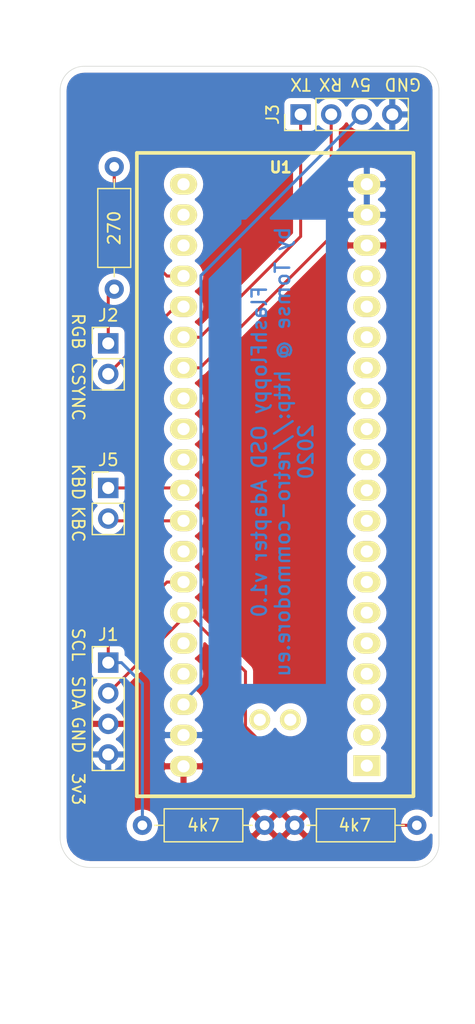
<source format=kicad_pcb>
(kicad_pcb (version 20171130) (host pcbnew "(5.1.5)-3")

  (general
    (thickness 1.6)
    (drawings 21)
    (tracks 43)
    (zones 0)
    (modules 8)
    (nets 41)
  )

  (page A4)
  (layers
    (0 F.Cu signal)
    (31 B.Cu signal)
    (32 B.Adhes user)
    (33 F.Adhes user)
    (34 B.Paste user)
    (35 F.Paste user)
    (36 B.SilkS user)
    (37 F.SilkS user)
    (38 B.Mask user)
    (39 F.Mask user)
    (40 Dwgs.User user)
    (41 Cmts.User user)
    (42 Eco1.User user)
    (43 Eco2.User user)
    (44 Edge.Cuts user)
    (45 Margin user)
    (46 B.CrtYd user)
    (47 F.CrtYd user)
    (48 B.Fab user)
    (49 F.Fab user)
  )

  (setup
    (last_trace_width 0.25)
    (trace_clearance 0.2)
    (zone_clearance 0.508)
    (zone_45_only no)
    (trace_min 0.2)
    (via_size 0.8)
    (via_drill 0.4)
    (via_min_size 0.4)
    (via_min_drill 0.3)
    (uvia_size 0.3)
    (uvia_drill 0.1)
    (uvias_allowed no)
    (uvia_min_size 0.2)
    (uvia_min_drill 0.1)
    (edge_width 0.05)
    (segment_width 0.2)
    (pcb_text_width 0.3)
    (pcb_text_size 1.5 1.5)
    (mod_edge_width 0.12)
    (mod_text_size 1 1)
    (mod_text_width 0.15)
    (pad_size 1.524 1.524)
    (pad_drill 0.762)
    (pad_to_mask_clearance 0.051)
    (solder_mask_min_width 0.25)
    (aux_axis_origin 0 0)
    (visible_elements 7FFFFFFF)
    (pcbplotparams
      (layerselection 0x010fc_ffffffff)
      (usegerberextensions false)
      (usegerberattributes false)
      (usegerberadvancedattributes false)
      (creategerberjobfile false)
      (excludeedgelayer true)
      (linewidth 0.100000)
      (plotframeref false)
      (viasonmask false)
      (mode 1)
      (useauxorigin false)
      (hpglpennumber 1)
      (hpglpenspeed 20)
      (hpglpendiameter 15.000000)
      (psnegative false)
      (psa4output false)
      (plotreference true)
      (plotvalue true)
      (plotinvisibletext false)
      (padsonsilk false)
      (subtractmaskfromsilk false)
      (outputformat 1)
      (mirror false)
      (drillshape 0)
      (scaleselection 1)
      (outputdirectory "FlashFloppy-OSD-Adapter/"))
  )

  (net 0 "")
  (net 1 GND)
  (net 2 +3V3)
  (net 3 "Net-(R1-Pad2)")
  (net 4 "Net-(U1-Pad42)")
  (net 5 "Net-(U1-Pad41)")
  (net 6 "Net-(U1-Pad37)")
  (net 7 "Net-(U1-Pad36)")
  (net 8 "Net-(U1-Pad33)")
  (net 9 "Net-(U1-Pad30)")
  (net 10 "Net-(U1-Pad29)")
  (net 11 "Net-(U1-Pad28)")
  (net 12 "Net-(U1-Pad23)")
  (net 13 "Net-(U1-Pad22)")
  (net 14 "Net-(U1-Pad21)")
  (net 15 "Net-(U1-Pad17)")
  (net 16 "Net-(U1-Pad16)")
  (net 17 "Net-(U1-Pad15)")
  (net 18 "Net-(U1-Pad14)")
  (net 19 "Net-(U1-Pad13)")
  (net 20 "Net-(U1-Pad12)")
  (net 21 "Net-(U1-Pad11)")
  (net 22 "Net-(U1-Pad10)")
  (net 23 "Net-(U1-Pad9)")
  (net 24 "Net-(U1-Pad8)")
  (net 25 "Net-(U1-Pad7)")
  (net 26 "Net-(U1-Pad6)")
  (net 27 "Net-(U1-Pad5)")
  (net 28 "Net-(U1-Pad4)")
  (net 29 "Net-(U1-Pad3)")
  (net 30 "Net-(U1-Pad2)")
  (net 31 "Net-(U1-Pad1)")
  (net 32 /5v)
  (net 33 /CSYNC)
  (net 34 /RGB)
  (net 35 /RX)
  (net 36 /TX)
  (net 37 /SDA)
  (net 38 /SCL)
  (net 39 /KB_CLOCK)
  (net 40 /KB_DATA)

  (net_class Default "This is the default net class."
    (clearance 0.2)
    (trace_width 0.25)
    (via_dia 0.8)
    (via_drill 0.4)
    (uvia_dia 0.3)
    (uvia_drill 0.1)
    (add_net +3V3)
    (add_net /5v)
    (add_net /CSYNC)
    (add_net /KB_CLOCK)
    (add_net /KB_DATA)
    (add_net /RGB)
    (add_net /RX)
    (add_net /SCL)
    (add_net /SDA)
    (add_net /TX)
    (add_net GND)
    (add_net "Net-(R1-Pad2)")
    (add_net "Net-(U1-Pad1)")
    (add_net "Net-(U1-Pad10)")
    (add_net "Net-(U1-Pad11)")
    (add_net "Net-(U1-Pad12)")
    (add_net "Net-(U1-Pad13)")
    (add_net "Net-(U1-Pad14)")
    (add_net "Net-(U1-Pad15)")
    (add_net "Net-(U1-Pad16)")
    (add_net "Net-(U1-Pad17)")
    (add_net "Net-(U1-Pad2)")
    (add_net "Net-(U1-Pad21)")
    (add_net "Net-(U1-Pad22)")
    (add_net "Net-(U1-Pad23)")
    (add_net "Net-(U1-Pad28)")
    (add_net "Net-(U1-Pad29)")
    (add_net "Net-(U1-Pad3)")
    (add_net "Net-(U1-Pad30)")
    (add_net "Net-(U1-Pad33)")
    (add_net "Net-(U1-Pad36)")
    (add_net "Net-(U1-Pad37)")
    (add_net "Net-(U1-Pad4)")
    (add_net "Net-(U1-Pad41)")
    (add_net "Net-(U1-Pad42)")
    (add_net "Net-(U1-Pad5)")
    (add_net "Net-(U1-Pad6)")
    (add_net "Net-(U1-Pad7)")
    (add_net "Net-(U1-Pad8)")
    (add_net "Net-(U1-Pad9)")
  )

  (module Connector_PinHeader_2.54mm:PinHeader_1x04_P2.54mm_Vertical (layer F.Cu) (tedit 59FED5CC) (tstamp 5E7115E7)
    (at 89 108)
    (descr "Through hole straight pin header, 1x04, 2.54mm pitch, single row")
    (tags "Through hole pin header THT 1x04 2.54mm single row")
    (path /5E757DF4)
    (fp_text reference J1 (at 0 -2.33) (layer F.SilkS)
      (effects (font (size 1 1) (thickness 0.15)))
    )
    (fp_text value GOTEK (at 3 4 90) (layer F.Fab)
      (effects (font (size 1 1) (thickness 0.15)))
    )
    (fp_text user %R (at 0 3.81 90) (layer F.Fab)
      (effects (font (size 1 1) (thickness 0.15)))
    )
    (fp_line (start 1.8 -1.8) (end -1.8 -1.8) (layer F.CrtYd) (width 0.05))
    (fp_line (start 1.8 9.4) (end 1.8 -1.8) (layer F.CrtYd) (width 0.05))
    (fp_line (start -1.8 9.4) (end 1.8 9.4) (layer F.CrtYd) (width 0.05))
    (fp_line (start -1.8 -1.8) (end -1.8 9.4) (layer F.CrtYd) (width 0.05))
    (fp_line (start -1.33 -1.33) (end 0 -1.33) (layer F.SilkS) (width 0.12))
    (fp_line (start -1.33 0) (end -1.33 -1.33) (layer F.SilkS) (width 0.12))
    (fp_line (start -1.33 1.27) (end 1.33 1.27) (layer F.SilkS) (width 0.12))
    (fp_line (start 1.33 1.27) (end 1.33 8.95) (layer F.SilkS) (width 0.12))
    (fp_line (start -1.33 1.27) (end -1.33 8.95) (layer F.SilkS) (width 0.12))
    (fp_line (start -1.33 8.95) (end 1.33 8.95) (layer F.SilkS) (width 0.12))
    (fp_line (start -1.27 -0.635) (end -0.635 -1.27) (layer F.Fab) (width 0.1))
    (fp_line (start -1.27 8.89) (end -1.27 -0.635) (layer F.Fab) (width 0.1))
    (fp_line (start 1.27 8.89) (end -1.27 8.89) (layer F.Fab) (width 0.1))
    (fp_line (start 1.27 -1.27) (end 1.27 8.89) (layer F.Fab) (width 0.1))
    (fp_line (start -0.635 -1.27) (end 1.27 -1.27) (layer F.Fab) (width 0.1))
    (pad 4 thru_hole oval (at 0 7.62) (size 1.7 1.7) (drill 1) (layers *.Cu *.Mask)
      (net 1 GND))
    (pad 3 thru_hole oval (at 0 5.08) (size 1.7 1.7) (drill 1) (layers *.Cu *.Mask)
      (net 2 +3V3))
    (pad 2 thru_hole oval (at 0 2.54) (size 1.7 1.7) (drill 1) (layers *.Cu *.Mask)
      (net 37 /SDA))
    (pad 1 thru_hole rect (at 0 0) (size 1.7 1.7) (drill 1) (layers *.Cu *.Mask)
      (net 38 /SCL))
    (model ${KISYS3DMOD}/Connector_PinHeader_2.54mm.3dshapes/PinHeader_1x04_P2.54mm_Vertical.wrl
      (at (xyz 0 0 0))
      (scale (xyz 1 1 1))
      (rotate (xyz 0 0 0))
    )
  )

  (module Connector_PinHeader_2.54mm:PinHeader_1x02_P2.54mm_Vertical (layer F.Cu) (tedit 59FED5CC) (tstamp 5E711AC0)
    (at 89 81.5)
    (descr "Through hole straight pin header, 1x02, 2.54mm pitch, single row")
    (tags "Through hole pin header THT 1x02 2.54mm single row")
    (path /5E701E2B)
    (fp_text reference J2 (at 0 -2.33) (layer F.SilkS)
      (effects (font (size 1 1) (thickness 0.15)))
    )
    (fp_text value Amiga_Video (at 2.5 1 270) (layer F.Fab)
      (effects (font (size 1 1) (thickness 0.15)))
    )
    (fp_text user %R (at 0 1.27 90) (layer F.Fab)
      (effects (font (size 1 1) (thickness 0.15)))
    )
    (fp_line (start 1.8 -1.8) (end -1.8 -1.8) (layer F.CrtYd) (width 0.05))
    (fp_line (start 1.8 4.35) (end 1.8 -1.8) (layer F.CrtYd) (width 0.05))
    (fp_line (start -1.8 4.35) (end 1.8 4.35) (layer F.CrtYd) (width 0.05))
    (fp_line (start -1.8 -1.8) (end -1.8 4.35) (layer F.CrtYd) (width 0.05))
    (fp_line (start -1.33 -1.33) (end 0 -1.33) (layer F.SilkS) (width 0.12))
    (fp_line (start -1.33 0) (end -1.33 -1.33) (layer F.SilkS) (width 0.12))
    (fp_line (start -1.33 1.27) (end 1.33 1.27) (layer F.SilkS) (width 0.12))
    (fp_line (start 1.33 1.27) (end 1.33 3.87) (layer F.SilkS) (width 0.12))
    (fp_line (start -1.33 1.27) (end -1.33 3.87) (layer F.SilkS) (width 0.12))
    (fp_line (start -1.33 3.87) (end 1.33 3.87) (layer F.SilkS) (width 0.12))
    (fp_line (start -1.27 -0.635) (end -0.635 -1.27) (layer F.Fab) (width 0.1))
    (fp_line (start -1.27 3.81) (end -1.27 -0.635) (layer F.Fab) (width 0.1))
    (fp_line (start 1.27 3.81) (end -1.27 3.81) (layer F.Fab) (width 0.1))
    (fp_line (start 1.27 -1.27) (end 1.27 3.81) (layer F.Fab) (width 0.1))
    (fp_line (start -0.635 -1.27) (end 1.27 -1.27) (layer F.Fab) (width 0.1))
    (pad 2 thru_hole oval (at 0 2.54) (size 1.7 1.7) (drill 1) (layers *.Cu *.Mask)
      (net 33 /CSYNC))
    (pad 1 thru_hole rect (at 0 0) (size 1.7 1.7) (drill 1) (layers *.Cu *.Mask)
      (net 34 /RGB))
    (model ${KISYS3DMOD}/Connector_PinHeader_2.54mm.3dshapes/PinHeader_1x02_P2.54mm_Vertical.wrl
      (at (xyz 0 0 0))
      (scale (xyz 1 1 1))
      (rotate (xyz 0 0 0))
    )
  )

  (module Bluepill:BluePill_STM32F103C (layer F.Cu) (tedit 59B4EF3F) (tstamp 5E70F797)
    (at 110.5 116.5 180)
    (descr "STM32F103C8 BluePill board")
    (path /5E6FEBB9)
    (fp_text reference U1 (at 7.1628 49.6062 180) (layer F.SilkS)
      (effects (font (size 0.889 0.889) (thickness 0.3048)))
    )
    (fp_text value BluePill_STM32F103C (at 7.9756 23.7998) (layer F.SilkS) hide
      (effects (font (size 0.889 0.889) (thickness 0.22225)))
    )
    (fp_line (start -3.88 -2.59) (end 19.12 -2.59) (layer F.SilkS) (width 0.3048))
    (fp_line (start -3.88 50.81) (end -3.88 -2.59) (layer F.SilkS) (width 0.3048))
    (fp_line (start 19.12 50.81) (end -3.88 50.81) (layer F.SilkS) (width 0.3048))
    (fp_line (start 19.12 -2.59) (end 19.12 50.81) (layer F.SilkS) (width 0.3048))
    (pad 42 thru_hole oval (at 6.36 3.7592 270) (size 1.7272 1.7272) (drill 1.016) (layers *.Cu *.Mask F.SilkS)
      (net 4 "Net-(U1-Pad42)"))
    (pad 41 thru_hole oval (at 8.9 3.7592 270) (size 1.7272 1.7272) (drill 1.016) (layers *.Cu *.Mask F.SilkS)
      (net 5 "Net-(U1-Pad41)"))
    (pad 40 thru_hole oval (at 15.24 -0.1016 270) (size 1.7272 2.25) (drill 1.016) (layers *.Cu *.Mask F.SilkS)
      (net 2 +3V3))
    (pad 39 thru_hole oval (at 15.24 2.4892 270) (size 1.7272 2.25) (drill 1.016) (layers *.Cu *.Mask F.SilkS)
      (net 1 GND))
    (pad 38 thru_hole oval (at 15.24 5.0292 270) (size 1.7272 2.25) (drill 1.016) (layers *.Cu *.Mask F.SilkS)
      (net 32 /5v))
    (pad 37 thru_hole oval (at 15.24 7.5692 270) (size 1.7272 2.25) (drill 1.016) (layers *.Cu *.Mask F.SilkS)
      (net 6 "Net-(U1-Pad37)"))
    (pad 36 thru_hole oval (at 15.24 10.1092 270) (size 1.7272 2.25) (drill 1.016) (layers *.Cu *.Mask F.SilkS)
      (net 7 "Net-(U1-Pad36)"))
    (pad 35 thru_hole oval (at 15.24 12.6492 270) (size 1.7272 2.25) (drill 1.016) (layers *.Cu *.Mask F.SilkS)
      (net 37 /SDA))
    (pad 34 thru_hole oval (at 15.24 15.1892 270) (size 1.7272 2.25) (drill 1.016) (layers *.Cu *.Mask F.SilkS)
      (net 38 /SCL))
    (pad 33 thru_hole oval (at 15.24 17.7292 270) (size 1.7272 2.25) (drill 1.016) (layers *.Cu *.Mask F.SilkS)
      (net 8 "Net-(U1-Pad33)"))
    (pad 32 thru_hole oval (at 15.24 20.2692 270) (size 1.7272 2.25) (drill 1.016) (layers *.Cu *.Mask F.SilkS)
      (net 39 /KB_CLOCK))
    (pad 31 thru_hole oval (at 15.24 22.8092 270) (size 1.7272 2.25) (drill 1.016) (layers *.Cu *.Mask F.SilkS)
      (net 40 /KB_DATA))
    (pad 30 thru_hole oval (at 15.24 25.3492 270) (size 1.7272 2.25) (drill 1.016) (layers *.Cu *.Mask F.SilkS)
      (net 9 "Net-(U1-Pad30)"))
    (pad 29 thru_hole oval (at 15.24 27.8892 270) (size 1.7272 2.25) (drill 1.016) (layers *.Cu *.Mask F.SilkS)
      (net 10 "Net-(U1-Pad29)"))
    (pad 28 thru_hole oval (at 15.24 30.4292 270) (size 1.7272 2.25) (drill 1.016) (layers *.Cu *.Mask F.SilkS)
      (net 11 "Net-(U1-Pad28)"))
    (pad 27 thru_hole oval (at 15.24 32.9692 270) (size 1.7272 2.25) (drill 1.016) (layers *.Cu *.Mask F.SilkS)
      (net 35 /RX))
    (pad 26 thru_hole oval (at 15.24 35.5092 270) (size 1.7272 2.25) (drill 1.016) (layers *.Cu *.Mask F.SilkS)
      (net 36 /TX))
    (pad 25 thru_hole oval (at 15.24 38.0492 270) (size 1.7272 2.25) (drill 1.016) (layers *.Cu *.Mask F.SilkS)
      (net 33 /CSYNC))
    (pad 24 thru_hole oval (at 15.24 40.5892 270) (size 1.7272 2.25) (drill 1.016) (layers *.Cu *.Mask F.SilkS)
      (net 3 "Net-(R1-Pad2)"))
    (pad 23 thru_hole oval (at 15.24 43.1292 270) (size 1.7272 2.25) (drill 1.016) (layers *.Cu *.Mask F.SilkS)
      (net 12 "Net-(U1-Pad23)"))
    (pad 22 thru_hole oval (at 15.24 45.6692 270) (size 1.7272 2.25) (drill 1.016) (layers *.Cu *.Mask F.SilkS)
      (net 13 "Net-(U1-Pad22)"))
    (pad 21 thru_hole oval (at 15.24 48.2092 270) (size 1.7272 2.25) (drill 1.016) (layers *.Cu *.Mask F.SilkS)
      (net 14 "Net-(U1-Pad21)"))
    (pad 20 thru_hole oval (at 0 48.2092 90) (size 1.7272 2.25) (drill 1.016) (layers *.Cu *.Mask F.SilkS)
      (net 1 GND))
    (pad 19 thru_hole oval (at 0 45.6692 90) (size 1.7272 2.25) (drill 1.016) (layers *.Cu *.Mask F.SilkS)
      (net 1 GND))
    (pad 18 thru_hole oval (at 0 43.1292 90) (size 1.7272 2.25) (drill 1.016) (layers *.Cu *.Mask F.SilkS)
      (net 2 +3V3))
    (pad 17 thru_hole oval (at 0 40.5892 90) (size 1.7272 2.25) (drill 1.016) (layers *.Cu *.Mask F.SilkS)
      (net 15 "Net-(U1-Pad17)"))
    (pad 16 thru_hole oval (at 0 38.0492 90) (size 1.7272 2.25) (drill 1.016) (layers *.Cu *.Mask F.SilkS)
      (net 16 "Net-(U1-Pad16)"))
    (pad 15 thru_hole oval (at 0 35.5092 90) (size 1.7272 2.25) (drill 1.016) (layers *.Cu *.Mask F.SilkS)
      (net 17 "Net-(U1-Pad15)"))
    (pad 14 thru_hole oval (at 0 32.9692 90) (size 1.7272 2.25) (drill 1.016) (layers *.Cu *.Mask F.SilkS)
      (net 18 "Net-(U1-Pad14)"))
    (pad 13 thru_hole oval (at 0 30.4292 90) (size 1.7272 2.25) (drill 1.016) (layers *.Cu *.Mask F.SilkS)
      (net 19 "Net-(U1-Pad13)"))
    (pad 12 thru_hole oval (at 0 27.8892 90) (size 1.7272 2.25) (drill 1.016) (layers *.Cu *.Mask F.SilkS)
      (net 20 "Net-(U1-Pad12)"))
    (pad 11 thru_hole oval (at 0 25.3492 90) (size 1.7272 2.25) (drill 1.016) (layers *.Cu *.Mask F.SilkS)
      (net 21 "Net-(U1-Pad11)"))
    (pad 10 thru_hole oval (at 0 22.8092 90) (size 1.7272 2.25) (drill 1.016) (layers *.Cu *.Mask F.SilkS)
      (net 22 "Net-(U1-Pad10)"))
    (pad 9 thru_hole oval (at 0 20.2692 90) (size 1.7272 2.25) (drill 1.016) (layers *.Cu *.Mask F.SilkS)
      (net 23 "Net-(U1-Pad9)"))
    (pad 8 thru_hole oval (at 0 17.7292 90) (size 1.7272 2.25) (drill 1.016) (layers *.Cu *.Mask F.SilkS)
      (net 24 "Net-(U1-Pad8)"))
    (pad 7 thru_hole oval (at 0 15.1892 90) (size 1.7272 2.25) (drill 1.016) (layers *.Cu *.Mask F.SilkS)
      (net 25 "Net-(U1-Pad7)"))
    (pad 6 thru_hole oval (at 0 12.6492 90) (size 1.7272 2.25) (drill 1.016) (layers *.Cu *.Mask F.SilkS)
      (net 26 "Net-(U1-Pad6)"))
    (pad 5 thru_hole oval (at 0 10.1092 90) (size 1.7272 2.25) (drill 1.016) (layers *.Cu *.Mask F.SilkS)
      (net 27 "Net-(U1-Pad5)"))
    (pad 4 thru_hole oval (at 0 7.5692 90) (size 1.7272 2.25) (drill 1.016) (layers *.Cu *.Mask F.SilkS)
      (net 28 "Net-(U1-Pad4)"))
    (pad 3 thru_hole oval (at 0 5.0292 90) (size 1.7272 2.25) (drill 1.016) (layers *.Cu *.Mask F.SilkS)
      (net 29 "Net-(U1-Pad3)"))
    (pad 2 thru_hole oval (at 0 2.4892 90) (size 1.7272 2.25) (drill 1.016) (layers *.Cu *.Mask F.SilkS)
      (net 30 "Net-(U1-Pad2)"))
    (pad 1 thru_hole rect (at 0 -0.0508 90) (size 1.7272 2.25) (drill 1.016) (layers *.Cu *.Mask F.SilkS)
      (net 31 "Net-(U1-Pad1)"))
  )

  (module Resistor_THT:R_Axial_DIN0207_L6.3mm_D2.5mm_P10.16mm_Horizontal (layer F.Cu) (tedit 5AE5139B) (tstamp 5E70FBF3)
    (at 102 121.5 180)
    (descr "Resistor, Axial_DIN0207 series, Axial, Horizontal, pin pitch=10.16mm, 0.25W = 1/4W, length*diameter=6.3*2.5mm^2, http://cdn-reichelt.de/documents/datenblatt/B400/1_4W%23YAG.pdf")
    (tags "Resistor Axial_DIN0207 series Axial Horizontal pin pitch 10.16mm 0.25W = 1/4W length 6.3mm diameter 2.5mm")
    (path /5E71058E)
    (fp_text reference R3 (at 5.08 2.5) (layer F.SilkS) hide
      (effects (font (size 1 1) (thickness 0.15)))
    )
    (fp_text value 4k7 (at 5.08 0) (layer F.SilkS)
      (effects (font (size 1 1) (thickness 0.15)))
    )
    (fp_text user %R (at 5.08 0) (layer F.Fab)
      (effects (font (size 1 1) (thickness 0.15)))
    )
    (fp_line (start 11.21 -1.5) (end -1.05 -1.5) (layer F.CrtYd) (width 0.05))
    (fp_line (start 11.21 1.5) (end 11.21 -1.5) (layer F.CrtYd) (width 0.05))
    (fp_line (start -1.05 1.5) (end 11.21 1.5) (layer F.CrtYd) (width 0.05))
    (fp_line (start -1.05 -1.5) (end -1.05 1.5) (layer F.CrtYd) (width 0.05))
    (fp_line (start 9.12 0) (end 8.35 0) (layer F.SilkS) (width 0.12))
    (fp_line (start 1.04 0) (end 1.81 0) (layer F.SilkS) (width 0.12))
    (fp_line (start 8.35 -1.37) (end 1.81 -1.37) (layer F.SilkS) (width 0.12))
    (fp_line (start 8.35 1.37) (end 8.35 -1.37) (layer F.SilkS) (width 0.12))
    (fp_line (start 1.81 1.37) (end 8.35 1.37) (layer F.SilkS) (width 0.12))
    (fp_line (start 1.81 -1.37) (end 1.81 1.37) (layer F.SilkS) (width 0.12))
    (fp_line (start 10.16 0) (end 8.23 0) (layer F.Fab) (width 0.1))
    (fp_line (start 0 0) (end 1.93 0) (layer F.Fab) (width 0.1))
    (fp_line (start 8.23 -1.25) (end 1.93 -1.25) (layer F.Fab) (width 0.1))
    (fp_line (start 8.23 1.25) (end 8.23 -1.25) (layer F.Fab) (width 0.1))
    (fp_line (start 1.93 1.25) (end 8.23 1.25) (layer F.Fab) (width 0.1))
    (fp_line (start 1.93 -1.25) (end 1.93 1.25) (layer F.Fab) (width 0.1))
    (pad 2 thru_hole oval (at 10.16 0 180) (size 1.6 1.6) (drill 0.8) (layers *.Cu *.Mask)
      (net 38 /SCL))
    (pad 1 thru_hole circle (at 0 0 180) (size 1.6 1.6) (drill 0.8) (layers *.Cu *.Mask)
      (net 2 +3V3))
    (model ${KISYS3DMOD}/Resistor_THT.3dshapes/R_Axial_DIN0207_L6.3mm_D2.5mm_P10.16mm_Horizontal.wrl
      (at (xyz 0 0 0))
      (scale (xyz 1 1 1))
      (rotate (xyz 0 0 0))
    )
  )

  (module Resistor_THT:R_Axial_DIN0207_L6.3mm_D2.5mm_P10.16mm_Horizontal (layer F.Cu) (tedit 5AE5139B) (tstamp 5E70FBB1)
    (at 104.5 121.5)
    (descr "Resistor, Axial_DIN0207 series, Axial, Horizontal, pin pitch=10.16mm, 0.25W = 1/4W, length*diameter=6.3*2.5mm^2, http://cdn-reichelt.de/documents/datenblatt/B400/1_4W%23YAG.pdf")
    (tags "Resistor Axial_DIN0207 series Axial Horizontal pin pitch 10.16mm 0.25W = 1/4W length 6.3mm diameter 2.5mm")
    (path /5E70F1AB)
    (fp_text reference R2 (at 5.08 -2.37) (layer F.SilkS) hide
      (effects (font (size 1 1) (thickness 0.15)))
    )
    (fp_text value 4k7 (at 5 0) (layer F.SilkS)
      (effects (font (size 1 1) (thickness 0.15)))
    )
    (fp_text user %R (at 5.08 0) (layer F.Fab)
      (effects (font (size 1 1) (thickness 0.15)))
    )
    (fp_line (start 11.21 -1.5) (end -1.05 -1.5) (layer F.CrtYd) (width 0.05))
    (fp_line (start 11.21 1.5) (end 11.21 -1.5) (layer F.CrtYd) (width 0.05))
    (fp_line (start -1.05 1.5) (end 11.21 1.5) (layer F.CrtYd) (width 0.05))
    (fp_line (start -1.05 -1.5) (end -1.05 1.5) (layer F.CrtYd) (width 0.05))
    (fp_line (start 9.12 0) (end 8.35 0) (layer F.SilkS) (width 0.12))
    (fp_line (start 1.04 0) (end 1.81 0) (layer F.SilkS) (width 0.12))
    (fp_line (start 8.35 -1.37) (end 1.81 -1.37) (layer F.SilkS) (width 0.12))
    (fp_line (start 8.35 1.37) (end 8.35 -1.37) (layer F.SilkS) (width 0.12))
    (fp_line (start 1.81 1.37) (end 8.35 1.37) (layer F.SilkS) (width 0.12))
    (fp_line (start 1.81 -1.37) (end 1.81 1.37) (layer F.SilkS) (width 0.12))
    (fp_line (start 10.16 0) (end 8.23 0) (layer F.Fab) (width 0.1))
    (fp_line (start 0 0) (end 1.93 0) (layer F.Fab) (width 0.1))
    (fp_line (start 8.23 -1.25) (end 1.93 -1.25) (layer F.Fab) (width 0.1))
    (fp_line (start 8.23 1.25) (end 8.23 -1.25) (layer F.Fab) (width 0.1))
    (fp_line (start 1.93 1.25) (end 8.23 1.25) (layer F.Fab) (width 0.1))
    (fp_line (start 1.93 -1.25) (end 1.93 1.25) (layer F.Fab) (width 0.1))
    (pad 2 thru_hole oval (at 10.16 0) (size 1.6 1.6) (drill 0.8) (layers *.Cu *.Mask)
      (net 37 /SDA))
    (pad 1 thru_hole circle (at 0 0) (size 1.6 1.6) (drill 0.8) (layers *.Cu *.Mask)
      (net 2 +3V3))
    (model ${KISYS3DMOD}/Resistor_THT.3dshapes/R_Axial_DIN0207_L6.3mm_D2.5mm_P10.16mm_Horizontal.wrl
      (at (xyz 0 0 0))
      (scale (xyz 1 1 1))
      (rotate (xyz 0 0 0))
    )
  )

  (module Resistor_THT:R_Axial_DIN0207_L6.3mm_D2.5mm_P10.16mm_Horizontal (layer F.Cu) (tedit 5AE5139B) (tstamp 5E70FDC5)
    (at 89.5 77 90)
    (descr "Resistor, Axial_DIN0207 series, Axial, Horizontal, pin pitch=10.16mm, 0.25W = 1/4W, length*diameter=6.3*2.5mm^2, http://cdn-reichelt.de/documents/datenblatt/B400/1_4W%23YAG.pdf")
    (tags "Resistor Axial_DIN0207 series Axial Horizontal pin pitch 10.16mm 0.25W = 1/4W length 6.3mm diameter 2.5mm")
    (path /5E716E5C)
    (fp_text reference R1 (at 5.08 -2.37 90) (layer F.SilkS) hide
      (effects (font (size 1 1) (thickness 0.15)))
    )
    (fp_text value 270 (at 5.08 0 90) (layer F.SilkS)
      (effects (font (size 1 1) (thickness 0.15)))
    )
    (fp_text user %R (at 5.08 0 90) (layer F.Fab)
      (effects (font (size 1 1) (thickness 0.15)))
    )
    (fp_line (start 11.21 -1.5) (end -1.05 -1.5) (layer F.CrtYd) (width 0.05))
    (fp_line (start 11.21 1.5) (end 11.21 -1.5) (layer F.CrtYd) (width 0.05))
    (fp_line (start -1.05 1.5) (end 11.21 1.5) (layer F.CrtYd) (width 0.05))
    (fp_line (start -1.05 -1.5) (end -1.05 1.5) (layer F.CrtYd) (width 0.05))
    (fp_line (start 9.12 0) (end 8.35 0) (layer F.SilkS) (width 0.12))
    (fp_line (start 1.04 0) (end 1.81 0) (layer F.SilkS) (width 0.12))
    (fp_line (start 8.35 -1.37) (end 1.81 -1.37) (layer F.SilkS) (width 0.12))
    (fp_line (start 8.35 1.37) (end 8.35 -1.37) (layer F.SilkS) (width 0.12))
    (fp_line (start 1.81 1.37) (end 8.35 1.37) (layer F.SilkS) (width 0.12))
    (fp_line (start 1.81 -1.37) (end 1.81 1.37) (layer F.SilkS) (width 0.12))
    (fp_line (start 10.16 0) (end 8.23 0) (layer F.Fab) (width 0.1))
    (fp_line (start 0 0) (end 1.93 0) (layer F.Fab) (width 0.1))
    (fp_line (start 8.23 -1.25) (end 1.93 -1.25) (layer F.Fab) (width 0.1))
    (fp_line (start 8.23 1.25) (end 8.23 -1.25) (layer F.Fab) (width 0.1))
    (fp_line (start 1.93 1.25) (end 8.23 1.25) (layer F.Fab) (width 0.1))
    (fp_line (start 1.93 -1.25) (end 1.93 1.25) (layer F.Fab) (width 0.1))
    (pad 2 thru_hole oval (at 10.16 0 90) (size 1.6 1.6) (drill 0.8) (layers *.Cu *.Mask)
      (net 3 "Net-(R1-Pad2)"))
    (pad 1 thru_hole circle (at 0 0 90) (size 1.6 1.6) (drill 0.8) (layers *.Cu *.Mask)
      (net 34 /RGB))
    (model ${KISYS3DMOD}/Resistor_THT.3dshapes/R_Axial_DIN0207_L6.3mm_D2.5mm_P10.16mm_Horizontal.wrl
      (at (xyz 0 0 0))
      (scale (xyz 1 1 1))
      (rotate (xyz 0 0 0))
    )
  )

  (module Connector_PinHeader_2.54mm:PinHeader_1x02_P2.54mm_Vertical (layer F.Cu) (tedit 59FED5CC) (tstamp 5E70E994)
    (at 89 93.5)
    (descr "Through hole straight pin header, 1x02, 2.54mm pitch, single row")
    (tags "Through hole pin header THT 1x02 2.54mm single row")
    (path /5E701252)
    (fp_text reference J5 (at 0 -2.33) (layer F.SilkS)
      (effects (font (size 1 1) (thickness 0.15)))
    )
    (fp_text value Amiga_Keyboard (at 3 1 90) (layer F.Fab)
      (effects (font (size 1 1) (thickness 0.15)))
    )
    (fp_text user %R (at 0 1.27 90) (layer F.Fab)
      (effects (font (size 1 1) (thickness 0.15)))
    )
    (fp_line (start 1.8 -1.8) (end -1.8 -1.8) (layer F.CrtYd) (width 0.05))
    (fp_line (start 1.8 4.35) (end 1.8 -1.8) (layer F.CrtYd) (width 0.05))
    (fp_line (start -1.8 4.35) (end 1.8 4.35) (layer F.CrtYd) (width 0.05))
    (fp_line (start -1.8 -1.8) (end -1.8 4.35) (layer F.CrtYd) (width 0.05))
    (fp_line (start -1.33 -1.33) (end 0 -1.33) (layer F.SilkS) (width 0.12))
    (fp_line (start -1.33 0) (end -1.33 -1.33) (layer F.SilkS) (width 0.12))
    (fp_line (start -1.33 1.27) (end 1.33 1.27) (layer F.SilkS) (width 0.12))
    (fp_line (start 1.33 1.27) (end 1.33 3.87) (layer F.SilkS) (width 0.12))
    (fp_line (start -1.33 1.27) (end -1.33 3.87) (layer F.SilkS) (width 0.12))
    (fp_line (start -1.33 3.87) (end 1.33 3.87) (layer F.SilkS) (width 0.12))
    (fp_line (start -1.27 -0.635) (end -0.635 -1.27) (layer F.Fab) (width 0.1))
    (fp_line (start -1.27 3.81) (end -1.27 -0.635) (layer F.Fab) (width 0.1))
    (fp_line (start 1.27 3.81) (end -1.27 3.81) (layer F.Fab) (width 0.1))
    (fp_line (start 1.27 -1.27) (end 1.27 3.81) (layer F.Fab) (width 0.1))
    (fp_line (start -0.635 -1.27) (end 1.27 -1.27) (layer F.Fab) (width 0.1))
    (pad 2 thru_hole oval (at 0 2.54) (size 1.7 1.7) (drill 1) (layers *.Cu *.Mask)
      (net 39 /KB_CLOCK))
    (pad 1 thru_hole rect (at 0 0) (size 1.7 1.7) (drill 1) (layers *.Cu *.Mask)
      (net 40 /KB_DATA))
    (model ${KISYS3DMOD}/Connector_PinHeader_2.54mm.3dshapes/PinHeader_1x02_P2.54mm_Vertical.wrl
      (at (xyz 0 0 0))
      (scale (xyz 1 1 1))
      (rotate (xyz 0 0 0))
    )
  )

  (module Connector_PinHeader_2.54mm:PinHeader_1x04_P2.54mm_Vertical (layer F.Cu) (tedit 59FED5CC) (tstamp 5E70FCA3)
    (at 105 62.5 90)
    (descr "Through hole straight pin header, 1x04, 2.54mm pitch, single row")
    (tags "Through hole pin header THT 1x04 2.54mm single row")
    (path /5E704EA9)
    (fp_text reference J3 (at 0 -2.33 90) (layer F.SilkS)
      (effects (font (size 1 1) (thickness 0.15)))
    )
    (fp_text value Programming (at -2 4 180) (layer F.Fab)
      (effects (font (size 1 1) (thickness 0.15)))
    )
    (fp_text user %R (at 0 3.81) (layer F.Fab)
      (effects (font (size 1 1) (thickness 0.15)))
    )
    (fp_line (start 1.8 -1.8) (end -1.8 -1.8) (layer F.CrtYd) (width 0.05))
    (fp_line (start 1.8 9.4) (end 1.8 -1.8) (layer F.CrtYd) (width 0.05))
    (fp_line (start -1.8 9.4) (end 1.8 9.4) (layer F.CrtYd) (width 0.05))
    (fp_line (start -1.8 -1.8) (end -1.8 9.4) (layer F.CrtYd) (width 0.05))
    (fp_line (start -1.33 -1.33) (end 0 -1.33) (layer F.SilkS) (width 0.12))
    (fp_line (start -1.33 0) (end -1.33 -1.33) (layer F.SilkS) (width 0.12))
    (fp_line (start -1.33 1.27) (end 1.33 1.27) (layer F.SilkS) (width 0.12))
    (fp_line (start 1.33 1.27) (end 1.33 8.95) (layer F.SilkS) (width 0.12))
    (fp_line (start -1.33 1.27) (end -1.33 8.95) (layer F.SilkS) (width 0.12))
    (fp_line (start -1.33 8.95) (end 1.33 8.95) (layer F.SilkS) (width 0.12))
    (fp_line (start -1.27 -0.635) (end -0.635 -1.27) (layer F.Fab) (width 0.1))
    (fp_line (start -1.27 8.89) (end -1.27 -0.635) (layer F.Fab) (width 0.1))
    (fp_line (start 1.27 8.89) (end -1.27 8.89) (layer F.Fab) (width 0.1))
    (fp_line (start 1.27 -1.27) (end 1.27 8.89) (layer F.Fab) (width 0.1))
    (fp_line (start -0.635 -1.27) (end 1.27 -1.27) (layer F.Fab) (width 0.1))
    (pad 4 thru_hole oval (at 0 7.62 90) (size 1.7 1.7) (drill 1) (layers *.Cu *.Mask)
      (net 1 GND))
    (pad 3 thru_hole oval (at 0 5.08 90) (size 1.7 1.7) (drill 1) (layers *.Cu *.Mask)
      (net 32 /5v))
    (pad 2 thru_hole oval (at 0 2.54 90) (size 1.7 1.7) (drill 1) (layers *.Cu *.Mask)
      (net 35 /RX))
    (pad 1 thru_hole rect (at 0 0 90) (size 1.7 1.7) (drill 1) (layers *.Cu *.Mask)
      (net 36 /TX))
    (model ${KISYS3DMOD}/Connector_PinHeader_2.54mm.3dshapes/PinHeader_1x04_P2.54mm_Vertical.wrl
      (at (xyz 0 0 0))
      (scale (xyz 1 1 1))
      (rotate (xyz 0 0 0))
    )
  )

  (gr_text "FlashFloppy OSD Adapter v1.0\nby Tomse @ http://retro-commodore.eu\n2020" (at 103.5 90.5 90) (layer B.Cu)
    (effects (font (size 1.2 1.2) (thickness 0.2)) (justify mirror))
  )
  (gr_arc (start 87 60.5) (end 87 58.5) (angle -90) (layer Edge.Cuts) (width 0.05))
  (gr_arc (start 114.5 60.5) (end 116.5 60.5) (angle -90) (layer Edge.Cuts) (width 0.05))
  (gr_arc (start 114.5 123) (end 114.5 125) (angle -90) (layer Edge.Cuts) (width 0.05))
  (gr_arc (start 87.5 122.5) (end 85 122.5) (angle -90) (layer Edge.Cuts) (width 0.05))
  (gr_line (start 116.5 123) (end 116.5 60.5) (layer Edge.Cuts) (width 0.05) (tstamp 5E711D7F))
  (gr_line (start 87.5 125) (end 114.5 125) (layer Edge.Cuts) (width 0.05))
  (gr_line (start 85 60.5) (end 85 122.5) (layer Edge.Cuts) (width 0.05))
  (gr_line (start 114.5 58.5) (end 87 58.5) (layer Edge.Cuts) (width 0.05))
  (gr_text SDA (at 86.5 110.5 270) (layer F.SilkS)
    (effects (font (size 1 1) (thickness 0.15)))
  )
  (gr_text "SCL\n" (at 86.5 106.5 270) (layer F.SilkS)
    (effects (font (size 1 1) (thickness 0.15)))
  )
  (gr_text "3v3\n" (at 86.5 118.5 270) (layer F.SilkS)
    (effects (font (size 1 1) (thickness 0.15)))
  )
  (gr_text "GND\n" (at 86.5 114 270) (layer F.SilkS)
    (effects (font (size 1 1) (thickness 0.15)))
  )
  (gr_text KBC (at 86.5 96.5 270) (layer F.SilkS)
    (effects (font (size 1 1) (thickness 0.15)))
  )
  (gr_text KBD (at 86.5 93 270) (layer F.SilkS)
    (effects (font (size 1 1) (thickness 0.15)))
  )
  (gr_text RGB (at 86.5 80.5 270) (layer F.SilkS)
    (effects (font (size 1 1) (thickness 0.15)))
  )
  (gr_text CSYNC (at 86.5 85.5 270) (layer F.SilkS)
    (effects (font (size 1 1) (thickness 0.15)))
  )
  (gr_text TX (at 105 60 180) (layer F.SilkS)
    (effects (font (size 1 1) (thickness 0.15)))
  )
  (gr_text RX (at 107.5 60 180) (layer F.SilkS)
    (effects (font (size 1 1) (thickness 0.15)))
  )
  (gr_text 5v (at 110 60 180) (layer F.SilkS)
    (effects (font (size 1 1) (thickness 0.15)))
  )
  (gr_text "GND\n" (at 113.5 60 180) (layer F.SilkS)
    (effects (font (size 1 1) (thickness 0.15)))
  )

  (segment (start 112.62 63.702081) (end 112.62 62.5) (width 0.25) (layer F.Cu) (net 1))
  (segment (start 112.62 67.5458) (end 112.62 63.702081) (width 0.25) (layer F.Cu) (net 1))
  (segment (start 111.875 68.2908) (end 112.62 67.5458) (width 0.25) (layer F.Cu) (net 1))
  (segment (start 110.5 68.2908) (end 111.875 68.2908) (width 0.25) (layer F.Cu) (net 1))
  (segment (start 93.885 75.9108) (end 95.26 75.9108) (width 0.25) (layer F.Cu) (net 3))
  (segment (start 89.5 71.5258) (end 93.885 75.9108) (width 0.25) (layer F.Cu) (net 3))
  (segment (start 89.5 66.84) (end 89.5 71.5258) (width 0.25) (layer F.Cu) (net 3))
  (segment (start 95.26 111.24) (end 95.26 111.4708) (width 0.25) (layer B.Cu) (net 32))
  (segment (start 96.71001 109.78999) (end 95.26 111.24) (width 0.25) (layer B.Cu) (net 32))
  (segment (start 110.08 62.5) (end 96.71001 75.86999) (width 0.25) (layer B.Cu) (net 32))
  (segment (start 96.71001 75.86999) (end 96.71001 109.78999) (width 0.25) (layer B.Cu) (net 32))
  (segment (start 95.0892 78.4508) (end 95.26 78.4508) (width 0.25) (layer F.Cu) (net 33))
  (segment (start 94.5892 78.4508) (end 95.26 78.4508) (width 0.25) (layer F.Cu) (net 33))
  (segment (start 89 84.04) (end 94.5892 78.4508) (width 0.25) (layer F.Cu) (net 33))
  (segment (start 89 77.5) (end 89.5 77) (width 0.25) (layer F.Cu) (net 34))
  (segment (start 89 81.5) (end 89 77.5) (width 0.25) (layer F.Cu) (net 34))
  (segment (start 107.54 63.702081) (end 107.54 62.5) (width 0.25) (layer F.Cu) (net 35))
  (segment (start 107.54 72.6258) (end 107.54 63.702081) (width 0.25) (layer F.Cu) (net 35))
  (segment (start 96.635 83.5308) (end 107.54 72.6258) (width 0.25) (layer F.Cu) (net 35))
  (segment (start 95.26 83.5308) (end 96.635 83.5308) (width 0.25) (layer F.Cu) (net 35))
  (segment (start 105 63.6) (end 105 62.5) (width 0.25) (layer F.Cu) (net 36))
  (segment (start 105 72.6258) (end 105 63.6) (width 0.25) (layer F.Cu) (net 36))
  (segment (start 96.635 80.9908) (end 105 72.6258) (width 0.25) (layer F.Cu) (net 36))
  (segment (start 95.26 80.9908) (end 96.635 80.9908) (width 0.25) (layer F.Cu) (net 36))
  (segment (start 113.52863 121.5) (end 114.66 121.5) (width 0.25) (layer F.Cu) (net 37))
  (segment (start 100.411399 108.740799) (end 100.411399 113.311329) (width 0.25) (layer F.Cu) (net 37))
  (segment (start 108.60007 121.5) (end 113.52863 121.5) (width 0.25) (layer F.Cu) (net 37))
  (segment (start 95.5214 103.8508) (end 100.411399 108.740799) (width 0.25) (layer F.Cu) (net 37))
  (segment (start 100.411399 113.311329) (end 108.60007 121.5) (width 0.25) (layer F.Cu) (net 37))
  (segment (start 95.26 103.8508) (end 95.5214 103.8508) (width 0.25) (layer F.Cu) (net 37))
  (segment (start 95.26 104.28) (end 95.26 103.8508) (width 0.25) (layer F.Cu) (net 37))
  (segment (start 89 110.54) (end 95.26 104.28) (width 0.25) (layer F.Cu) (net 37))
  (segment (start 89 106.1958) (end 93.885 101.3108) (width 0.25) (layer F.Cu) (net 38))
  (segment (start 93.885 101.3108) (end 95.26 101.3108) (width 0.25) (layer F.Cu) (net 38))
  (segment (start 89 108) (end 89 106.1958) (width 0.25) (layer F.Cu) (net 38))
  (segment (start 91.84 109.74) (end 91.84 120.36863) (width 0.25) (layer B.Cu) (net 38))
  (segment (start 91.84 120.36863) (end 91.84 121.5) (width 0.25) (layer B.Cu) (net 38))
  (segment (start 90.1 108) (end 91.84 109.74) (width 0.25) (layer B.Cu) (net 38))
  (segment (start 89 108) (end 90.1 108) (width 0.25) (layer B.Cu) (net 38))
  (segment (start 89.1908 96.2308) (end 89 96.04) (width 0.25) (layer F.Cu) (net 39))
  (segment (start 95.26 96.2308) (end 89.1908 96.2308) (width 0.25) (layer F.Cu) (net 39))
  (segment (start 95.0692 93.5) (end 95.26 93.6908) (width 0.25) (layer F.Cu) (net 40))
  (segment (start 89 93.5) (end 95.0692 93.5) (width 0.25) (layer F.Cu) (net 40))

  (zone (net 1) (net_name GND) (layer B.Cu) (tstamp 5E712655) (hatch edge 0.508)
    (connect_pads (clearance 0.508))
    (min_thickness 0.254)
    (fill yes (arc_segments 32) (thermal_gap 0.508) (thermal_bridge_width 0.508))
    (polygon
      (pts
        (xy 117.5 133.5) (xy 82.5 129) (xy 83 54.5) (xy 117 54.5)
      )
    )
    (filled_polygon
      (pts
        (xy 114.759659 59.188625) (xy 115.009429 59.264035) (xy 115.239792 59.386522) (xy 115.44198 59.551422) (xy 115.608286 59.75245)
        (xy 115.732378 59.981954) (xy 115.809531 60.231195) (xy 115.840001 60.521098) (xy 115.84 120.683064) (xy 115.774637 120.585241)
        (xy 115.574759 120.385363) (xy 115.339727 120.22832) (xy 115.078574 120.120147) (xy 114.801335 120.065) (xy 114.518665 120.065)
        (xy 114.241426 120.120147) (xy 113.980273 120.22832) (xy 113.745241 120.385363) (xy 113.545363 120.585241) (xy 113.38832 120.820273)
        (xy 113.280147 121.081426) (xy 113.225 121.358665) (xy 113.225 121.641335) (xy 113.280147 121.918574) (xy 113.38832 122.179727)
        (xy 113.545363 122.414759) (xy 113.745241 122.614637) (xy 113.980273 122.77168) (xy 114.241426 122.879853) (xy 114.518665 122.935)
        (xy 114.801335 122.935) (xy 115.078574 122.879853) (xy 115.339727 122.77168) (xy 115.574759 122.614637) (xy 115.774637 122.414759)
        (xy 115.84 122.316936) (xy 115.84 122.967721) (xy 115.811375 123.25966) (xy 115.735965 123.509429) (xy 115.613477 123.739794)
        (xy 115.448579 123.941979) (xy 115.247546 124.108288) (xy 115.018046 124.232378) (xy 114.768805 124.309531) (xy 114.478911 124.34)
        (xy 87.532279 124.34) (xy 87.143224 124.301853) (xy 86.800036 124.198238) (xy 86.483511 124.029939) (xy 86.205704 123.803365)
        (xy 85.977195 123.527146) (xy 85.80669 123.211803) (xy 85.700681 122.869344) (xy 85.66 122.482288) (xy 85.66 115.97689)
        (xy 87.558524 115.97689) (xy 87.603175 116.124099) (xy 87.728359 116.38692) (xy 87.902412 116.620269) (xy 88.118645 116.815178)
        (xy 88.368748 116.964157) (xy 88.643109 117.061481) (xy 88.873 116.940814) (xy 88.873 115.747) (xy 89.127 115.747)
        (xy 89.127 116.940814) (xy 89.356891 117.061481) (xy 89.631252 116.964157) (xy 89.881355 116.815178) (xy 90.097588 116.620269)
        (xy 90.271641 116.38692) (xy 90.396825 116.124099) (xy 90.441476 115.97689) (xy 90.320155 115.747) (xy 89.127 115.747)
        (xy 88.873 115.747) (xy 87.679845 115.747) (xy 87.558524 115.97689) (xy 85.66 115.97689) (xy 85.66 107.15)
        (xy 87.511928 107.15) (xy 87.511928 108.85) (xy 87.524188 108.974482) (xy 87.560498 109.09418) (xy 87.619463 109.204494)
        (xy 87.698815 109.301185) (xy 87.795506 109.380537) (xy 87.90582 109.439502) (xy 87.97838 109.461513) (xy 87.846525 109.593368)
        (xy 87.68401 109.836589) (xy 87.572068 110.106842) (xy 87.515 110.39374) (xy 87.515 110.68626) (xy 87.572068 110.973158)
        (xy 87.68401 111.243411) (xy 87.846525 111.486632) (xy 88.053368 111.693475) (xy 88.22776 111.81) (xy 88.053368 111.926525)
        (xy 87.846525 112.133368) (xy 87.68401 112.376589) (xy 87.572068 112.646842) (xy 87.515 112.93374) (xy 87.515 113.22626)
        (xy 87.572068 113.513158) (xy 87.68401 113.783411) (xy 87.846525 114.026632) (xy 88.053368 114.233475) (xy 88.235534 114.355195)
        (xy 88.118645 114.424822) (xy 87.902412 114.619731) (xy 87.728359 114.85308) (xy 87.603175 115.115901) (xy 87.558524 115.26311)
        (xy 87.679845 115.493) (xy 88.873 115.493) (xy 88.873 115.473) (xy 89.127 115.473) (xy 89.127 115.493)
        (xy 90.320155 115.493) (xy 90.441476 115.26311) (xy 90.396825 115.115901) (xy 90.271641 114.85308) (xy 90.097588 114.619731)
        (xy 89.881355 114.424822) (xy 89.764466 114.355195) (xy 89.946632 114.233475) (xy 90.153475 114.026632) (xy 90.31599 113.783411)
        (xy 90.427932 113.513158) (xy 90.485 113.22626) (xy 90.485 112.93374) (xy 90.427932 112.646842) (xy 90.31599 112.376589)
        (xy 90.153475 112.133368) (xy 89.946632 111.926525) (xy 89.77224 111.81) (xy 89.946632 111.693475) (xy 90.153475 111.486632)
        (xy 90.31599 111.243411) (xy 90.427932 110.973158) (xy 90.485 110.68626) (xy 90.485 110.39374) (xy 90.427932 110.106842)
        (xy 90.31599 109.836589) (xy 90.153475 109.593368) (xy 90.02162 109.461513) (xy 90.09418 109.439502) (xy 90.204494 109.380537)
        (xy 90.301185 109.301185) (xy 90.312543 109.287345) (xy 91.08 110.054802) (xy 91.080001 120.281956) (xy 90.925241 120.385363)
        (xy 90.725363 120.585241) (xy 90.56832 120.820273) (xy 90.460147 121.081426) (xy 90.405 121.358665) (xy 90.405 121.641335)
        (xy 90.460147 121.918574) (xy 90.56832 122.179727) (xy 90.725363 122.414759) (xy 90.925241 122.614637) (xy 91.160273 122.77168)
        (xy 91.421426 122.879853) (xy 91.698665 122.935) (xy 91.981335 122.935) (xy 92.258574 122.879853) (xy 92.519727 122.77168)
        (xy 92.754759 122.614637) (xy 92.954637 122.414759) (xy 93.11168 122.179727) (xy 93.219853 121.918574) (xy 93.275 121.641335)
        (xy 93.275 121.358665) (xy 100.565 121.358665) (xy 100.565 121.641335) (xy 100.620147 121.918574) (xy 100.72832 122.179727)
        (xy 100.885363 122.414759) (xy 101.085241 122.614637) (xy 101.320273 122.77168) (xy 101.581426 122.879853) (xy 101.858665 122.935)
        (xy 102.141335 122.935) (xy 102.418574 122.879853) (xy 102.679727 122.77168) (xy 102.914759 122.614637) (xy 103.114637 122.414759)
        (xy 103.25 122.212173) (xy 103.385363 122.414759) (xy 103.585241 122.614637) (xy 103.820273 122.77168) (xy 104.081426 122.879853)
        (xy 104.358665 122.935) (xy 104.641335 122.935) (xy 104.918574 122.879853) (xy 105.179727 122.77168) (xy 105.414759 122.614637)
        (xy 105.614637 122.414759) (xy 105.77168 122.179727) (xy 105.879853 121.918574) (xy 105.935 121.641335) (xy 105.935 121.358665)
        (xy 105.879853 121.081426) (xy 105.77168 120.820273) (xy 105.614637 120.585241) (xy 105.414759 120.385363) (xy 105.179727 120.22832)
        (xy 104.918574 120.120147) (xy 104.641335 120.065) (xy 104.358665 120.065) (xy 104.081426 120.120147) (xy 103.820273 120.22832)
        (xy 103.585241 120.385363) (xy 103.385363 120.585241) (xy 103.25 120.787827) (xy 103.114637 120.585241) (xy 102.914759 120.385363)
        (xy 102.679727 120.22832) (xy 102.418574 120.120147) (xy 102.141335 120.065) (xy 101.858665 120.065) (xy 101.581426 120.120147)
        (xy 101.320273 120.22832) (xy 101.085241 120.385363) (xy 100.885363 120.585241) (xy 100.72832 120.820273) (xy 100.620147 121.081426)
        (xy 100.565 121.358665) (xy 93.275 121.358665) (xy 93.219853 121.081426) (xy 93.11168 120.820273) (xy 92.954637 120.585241)
        (xy 92.754759 120.385363) (xy 92.6 120.281957) (xy 92.6 116.6016) (xy 93.492749 116.6016) (xy 93.521684 116.895377)
        (xy 93.607375 117.177864) (xy 93.746531 117.438206) (xy 93.933803 117.666397) (xy 94.161994 117.853669) (xy 94.422336 117.992825)
        (xy 94.704823 118.078516) (xy 94.924981 118.1002) (xy 95.595019 118.1002) (xy 95.815177 118.078516) (xy 96.097664 117.992825)
        (xy 96.358006 117.853669) (xy 96.586197 117.666397) (xy 96.773469 117.438206) (xy 96.912625 117.177864) (xy 96.998316 116.895377)
        (xy 97.027251 116.6016) (xy 96.998316 116.307823) (xy 96.912625 116.025336) (xy 96.773469 115.764994) (xy 96.586197 115.536803)
        (xy 96.358006 115.349531) (xy 96.275711 115.305543) (xy 96.459574 115.186283) (xy 96.670873 114.980668) (xy 96.837998 114.737781)
        (xy 96.954527 114.466957) (xy 96.976358 114.369826) (xy 96.855217 114.1378) (xy 95.387 114.1378) (xy 95.387 114.1578)
        (xy 95.133 114.1578) (xy 95.133 114.1378) (xy 93.664783 114.1378) (xy 93.543642 114.369826) (xy 93.565473 114.466957)
        (xy 93.682002 114.737781) (xy 93.849127 114.980668) (xy 94.060426 115.186283) (xy 94.244289 115.305543) (xy 94.161994 115.349531)
        (xy 93.933803 115.536803) (xy 93.746531 115.764994) (xy 93.607375 116.025336) (xy 93.521684 116.307823) (xy 93.492749 116.6016)
        (xy 92.6 116.6016) (xy 92.6 109.777333) (xy 92.603677 109.74) (xy 92.589003 109.591014) (xy 92.545546 109.447753)
        (xy 92.474974 109.315724) (xy 92.403799 109.228997) (xy 92.380001 109.199999) (xy 92.351004 109.176202) (xy 90.663804 107.489003)
        (xy 90.640001 107.459999) (xy 90.524276 107.365026) (xy 90.488072 107.345674) (xy 90.488072 107.15) (xy 90.475812 107.025518)
        (xy 90.439502 106.90582) (xy 90.380537 106.795506) (xy 90.301185 106.698815) (xy 90.204494 106.619463) (xy 90.09418 106.560498)
        (xy 89.974482 106.524188) (xy 89.85 106.511928) (xy 88.15 106.511928) (xy 88.025518 106.524188) (xy 87.90582 106.560498)
        (xy 87.795506 106.619463) (xy 87.698815 106.698815) (xy 87.619463 106.795506) (xy 87.560498 106.90582) (xy 87.524188 107.025518)
        (xy 87.511928 107.15) (xy 85.66 107.15) (xy 85.66 92.65) (xy 87.511928 92.65) (xy 87.511928 94.35)
        (xy 87.524188 94.474482) (xy 87.560498 94.59418) (xy 87.619463 94.704494) (xy 87.698815 94.801185) (xy 87.795506 94.880537)
        (xy 87.90582 94.939502) (xy 87.97838 94.961513) (xy 87.846525 95.093368) (xy 87.68401 95.336589) (xy 87.572068 95.606842)
        (xy 87.515 95.89374) (xy 87.515 96.18626) (xy 87.572068 96.473158) (xy 87.68401 96.743411) (xy 87.846525 96.986632)
        (xy 88.053368 97.193475) (xy 88.296589 97.35599) (xy 88.566842 97.467932) (xy 88.85374 97.525) (xy 89.14626 97.525)
        (xy 89.433158 97.467932) (xy 89.703411 97.35599) (xy 89.946632 97.193475) (xy 90.153475 96.986632) (xy 90.31599 96.743411)
        (xy 90.427932 96.473158) (xy 90.485 96.18626) (xy 90.485 95.89374) (xy 90.427932 95.606842) (xy 90.31599 95.336589)
        (xy 90.153475 95.093368) (xy 90.02162 94.961513) (xy 90.09418 94.939502) (xy 90.204494 94.880537) (xy 90.301185 94.801185)
        (xy 90.380537 94.704494) (xy 90.439502 94.59418) (xy 90.475812 94.474482) (xy 90.488072 94.35) (xy 90.488072 92.65)
        (xy 90.475812 92.525518) (xy 90.439502 92.40582) (xy 90.380537 92.295506) (xy 90.301185 92.198815) (xy 90.204494 92.119463)
        (xy 90.09418 92.060498) (xy 89.974482 92.024188) (xy 89.85 92.011928) (xy 88.15 92.011928) (xy 88.025518 92.024188)
        (xy 87.90582 92.060498) (xy 87.795506 92.119463) (xy 87.698815 92.198815) (xy 87.619463 92.295506) (xy 87.560498 92.40582)
        (xy 87.524188 92.525518) (xy 87.511928 92.65) (xy 85.66 92.65) (xy 85.66 80.65) (xy 87.511928 80.65)
        (xy 87.511928 82.35) (xy 87.524188 82.474482) (xy 87.560498 82.59418) (xy 87.619463 82.704494) (xy 87.698815 82.801185)
        (xy 87.795506 82.880537) (xy 87.90582 82.939502) (xy 87.97838 82.961513) (xy 87.846525 83.093368) (xy 87.68401 83.336589)
        (xy 87.572068 83.606842) (xy 87.515 83.89374) (xy 87.515 84.18626) (xy 87.572068 84.473158) (xy 87.68401 84.743411)
        (xy 87.846525 84.986632) (xy 88.053368 85.193475) (xy 88.296589 85.35599) (xy 88.566842 85.467932) (xy 88.85374 85.525)
        (xy 89.14626 85.525) (xy 89.433158 85.467932) (xy 89.703411 85.35599) (xy 89.946632 85.193475) (xy 90.153475 84.986632)
        (xy 90.31599 84.743411) (xy 90.427932 84.473158) (xy 90.485 84.18626) (xy 90.485 83.89374) (xy 90.427932 83.606842)
        (xy 90.31599 83.336589) (xy 90.153475 83.093368) (xy 90.02162 82.961513) (xy 90.09418 82.939502) (xy 90.204494 82.880537)
        (xy 90.301185 82.801185) (xy 90.380537 82.704494) (xy 90.439502 82.59418) (xy 90.475812 82.474482) (xy 90.488072 82.35)
        (xy 90.488072 80.65) (xy 90.475812 80.525518) (xy 90.439502 80.40582) (xy 90.380537 80.295506) (xy 90.301185 80.198815)
        (xy 90.204494 80.119463) (xy 90.09418 80.060498) (xy 89.974482 80.024188) (xy 89.85 80.011928) (xy 88.15 80.011928)
        (xy 88.025518 80.024188) (xy 87.90582 80.060498) (xy 87.795506 80.119463) (xy 87.698815 80.198815) (xy 87.619463 80.295506)
        (xy 87.560498 80.40582) (xy 87.524188 80.525518) (xy 87.511928 80.65) (xy 85.66 80.65) (xy 85.66 76.858665)
        (xy 88.065 76.858665) (xy 88.065 77.141335) (xy 88.120147 77.418574) (xy 88.22832 77.679727) (xy 88.385363 77.914759)
        (xy 88.585241 78.114637) (xy 88.820273 78.27168) (xy 89.081426 78.379853) (xy 89.358665 78.435) (xy 89.641335 78.435)
        (xy 89.918574 78.379853) (xy 90.179727 78.27168) (xy 90.414759 78.114637) (xy 90.614637 77.914759) (xy 90.77168 77.679727)
        (xy 90.879853 77.418574) (xy 90.935 77.141335) (xy 90.935 76.858665) (xy 90.879853 76.581426) (xy 90.77168 76.320273)
        (xy 90.614637 76.085241) (xy 90.414759 75.885363) (xy 90.179727 75.72832) (xy 89.918574 75.620147) (xy 89.641335 75.565)
        (xy 89.358665 75.565) (xy 89.081426 75.620147) (xy 88.820273 75.72832) (xy 88.585241 75.885363) (xy 88.385363 76.085241)
        (xy 88.22832 76.320273) (xy 88.120147 76.581426) (xy 88.065 76.858665) (xy 85.66 76.858665) (xy 85.66 68.2908)
        (xy 93.492749 68.2908) (xy 93.521684 68.584577) (xy 93.607375 68.867064) (xy 93.746531 69.127406) (xy 93.933803 69.355597)
        (xy 94.161994 69.542869) (xy 94.19554 69.5608) (xy 94.161994 69.578731) (xy 93.933803 69.766003) (xy 93.746531 69.994194)
        (xy 93.607375 70.254536) (xy 93.521684 70.537023) (xy 93.492749 70.8308) (xy 93.521684 71.124577) (xy 93.607375 71.407064)
        (xy 93.746531 71.667406) (xy 93.933803 71.895597) (xy 94.161994 72.082869) (xy 94.19554 72.1008) (xy 94.161994 72.118731)
        (xy 93.933803 72.306003) (xy 93.746531 72.534194) (xy 93.607375 72.794536) (xy 93.521684 73.077023) (xy 93.492749 73.3708)
        (xy 93.521684 73.664577) (xy 93.607375 73.947064) (xy 93.746531 74.207406) (xy 93.933803 74.435597) (xy 94.161994 74.622869)
        (xy 94.19554 74.6408) (xy 94.161994 74.658731) (xy 93.933803 74.846003) (xy 93.746531 75.074194) (xy 93.607375 75.334536)
        (xy 93.521684 75.617023) (xy 93.492749 75.9108) (xy 93.521684 76.204577) (xy 93.607375 76.487064) (xy 93.746531 76.747406)
        (xy 93.933803 76.975597) (xy 94.161994 77.162869) (xy 94.19554 77.1808) (xy 94.161994 77.198731) (xy 93.933803 77.386003)
        (xy 93.746531 77.614194) (xy 93.607375 77.874536) (xy 93.521684 78.157023) (xy 93.492749 78.4508) (xy 93.521684 78.744577)
        (xy 93.607375 79.027064) (xy 93.746531 79.287406) (xy 93.933803 79.515597) (xy 94.161994 79.702869) (xy 94.19554 79.7208)
        (xy 94.161994 79.738731) (xy 93.933803 79.926003) (xy 93.746531 80.154194) (xy 93.607375 80.414536) (xy 93.521684 80.697023)
        (xy 93.492749 80.9908) (xy 93.521684 81.284577) (xy 93.607375 81.567064) (xy 93.746531 81.827406) (xy 93.933803 82.055597)
        (xy 94.161994 82.242869) (xy 94.19554 82.2608) (xy 94.161994 82.278731) (xy 93.933803 82.466003) (xy 93.746531 82.694194)
        (xy 93.607375 82.954536) (xy 93.521684 83.237023) (xy 93.492749 83.5308) (xy 93.521684 83.824577) (xy 93.607375 84.107064)
        (xy 93.746531 84.367406) (xy 93.933803 84.595597) (xy 94.161994 84.782869) (xy 94.19554 84.8008) (xy 94.161994 84.818731)
        (xy 93.933803 85.006003) (xy 93.746531 85.234194) (xy 93.607375 85.494536) (xy 93.521684 85.777023) (xy 93.492749 86.0708)
        (xy 93.521684 86.364577) (xy 93.607375 86.647064) (xy 93.746531 86.907406) (xy 93.933803 87.135597) (xy 94.161994 87.322869)
        (xy 94.19554 87.3408) (xy 94.161994 87.358731) (xy 93.933803 87.546003) (xy 93.746531 87.774194) (xy 93.607375 88.034536)
        (xy 93.521684 88.317023) (xy 93.492749 88.6108) (xy 93.521684 88.904577) (xy 93.607375 89.187064) (xy 93.746531 89.447406)
        (xy 93.933803 89.675597) (xy 94.161994 89.862869) (xy 94.19554 89.8808) (xy 94.161994 89.898731) (xy 93.933803 90.086003)
        (xy 93.746531 90.314194) (xy 93.607375 90.574536) (xy 93.521684 90.857023) (xy 93.492749 91.1508) (xy 93.521684 91.444577)
        (xy 93.607375 91.727064) (xy 93.746531 91.987406) (xy 93.933803 92.215597) (xy 94.161994 92.402869) (xy 94.19554 92.4208)
        (xy 94.161994 92.438731) (xy 93.933803 92.626003) (xy 93.746531 92.854194) (xy 93.607375 93.114536) (xy 93.521684 93.397023)
        (xy 93.492749 93.6908) (xy 93.521684 93.984577) (xy 93.607375 94.267064) (xy 93.746531 94.527406) (xy 93.933803 94.755597)
        (xy 94.161994 94.942869) (xy 94.19554 94.9608) (xy 94.161994 94.978731) (xy 93.933803 95.166003) (xy 93.746531 95.394194)
        (xy 93.607375 95.654536) (xy 93.521684 95.937023) (xy 93.492749 96.2308) (xy 93.521684 96.524577) (xy 93.607375 96.807064)
        (xy 93.746531 97.067406) (xy 93.933803 97.295597) (xy 94.161994 97.482869) (xy 94.19554 97.5008) (xy 94.161994 97.518731)
        (xy 93.933803 97.706003) (xy 93.746531 97.934194) (xy 93.607375 98.194536) (xy 93.521684 98.477023) (xy 93.492749 98.7708)
        (xy 93.521684 99.064577) (xy 93.607375 99.347064) (xy 93.746531 99.607406) (xy 93.933803 99.835597) (xy 94.161994 100.022869)
        (xy 94.19554 100.0408) (xy 94.161994 100.058731) (xy 93.933803 100.246003) (xy 93.746531 100.474194) (xy 93.607375 100.734536)
        (xy 93.521684 101.017023) (xy 93.492749 101.3108) (xy 93.521684 101.604577) (xy 93.607375 101.887064) (xy 93.746531 102.147406)
        (xy 93.933803 102.375597) (xy 94.161994 102.562869) (xy 94.19554 102.5808) (xy 94.161994 102.598731) (xy 93.933803 102.786003)
        (xy 93.746531 103.014194) (xy 93.607375 103.274536) (xy 93.521684 103.557023) (xy 93.492749 103.8508) (xy 93.521684 104.144577)
        (xy 93.607375 104.427064) (xy 93.746531 104.687406) (xy 93.933803 104.915597) (xy 94.161994 105.102869) (xy 94.19554 105.1208)
        (xy 94.161994 105.138731) (xy 93.933803 105.326003) (xy 93.746531 105.554194) (xy 93.607375 105.814536) (xy 93.521684 106.097023)
        (xy 93.492749 106.3908) (xy 93.521684 106.684577) (xy 93.607375 106.967064) (xy 93.746531 107.227406) (xy 93.933803 107.455597)
        (xy 94.161994 107.642869) (xy 94.19554 107.6608) (xy 94.161994 107.678731) (xy 93.933803 107.866003) (xy 93.746531 108.094194)
        (xy 93.607375 108.354536) (xy 93.521684 108.637023) (xy 93.492749 108.9308) (xy 93.521684 109.224577) (xy 93.607375 109.507064)
        (xy 93.746531 109.767406) (xy 93.933803 109.995597) (xy 94.161994 110.182869) (xy 94.19554 110.2008) (xy 94.161994 110.218731)
        (xy 93.933803 110.406003) (xy 93.746531 110.634194) (xy 93.607375 110.894536) (xy 93.521684 111.177023) (xy 93.492749 111.4708)
        (xy 93.521684 111.764577) (xy 93.607375 112.047064) (xy 93.746531 112.307406) (xy 93.933803 112.535597) (xy 94.161994 112.722869)
        (xy 94.201353 112.743907) (xy 94.060426 112.835317) (xy 93.849127 113.040932) (xy 93.682002 113.283819) (xy 93.565473 113.554643)
        (xy 93.543642 113.651774) (xy 93.664783 113.8838) (xy 95.133 113.8838) (xy 95.133 113.8638) (xy 95.387 113.8638)
        (xy 95.387 113.8838) (xy 96.855217 113.8838) (xy 96.976358 113.651774) (xy 96.954527 113.554643) (xy 96.837998 113.283819)
        (xy 96.670873 113.040932) (xy 96.459574 112.835317) (xy 96.318647 112.743907) (xy 96.358006 112.722869) (xy 96.516006 112.593201)
        (xy 100.1014 112.593201) (xy 100.1014 112.888399) (xy 100.15899 113.177925) (xy 100.271958 113.450653) (xy 100.435961 113.696102)
        (xy 100.644698 113.904839) (xy 100.890147 114.068842) (xy 101.162875 114.18181) (xy 101.452401 114.2394) (xy 101.747599 114.2394)
        (xy 102.037125 114.18181) (xy 102.309853 114.068842) (xy 102.555302 113.904839) (xy 102.764039 113.696102) (xy 102.87 113.537519)
        (xy 102.975961 113.696102) (xy 103.184698 113.904839) (xy 103.430147 114.068842) (xy 103.702875 114.18181) (xy 103.992401 114.2394)
        (xy 104.287599 114.2394) (xy 104.577125 114.18181) (xy 104.849853 114.068842) (xy 105.095302 113.904839) (xy 105.304039 113.696102)
        (xy 105.468042 113.450653) (xy 105.58101 113.177925) (xy 105.6386 112.888399) (xy 105.6386 112.593201) (xy 105.58101 112.303675)
        (xy 105.468042 112.030947) (xy 105.304039 111.785498) (xy 105.095302 111.576761) (xy 104.849853 111.412758) (xy 104.577125 111.29979)
        (xy 104.287599 111.2422) (xy 103.992401 111.2422) (xy 103.702875 111.29979) (xy 103.430147 111.412758) (xy 103.184698 111.576761)
        (xy 102.975961 111.785498) (xy 102.87 111.944081) (xy 102.764039 111.785498) (xy 102.555302 111.576761) (xy 102.309853 111.412758)
        (xy 102.037125 111.29979) (xy 101.747599 111.2422) (xy 101.452401 111.2422) (xy 101.162875 111.29979) (xy 100.890147 111.412758)
        (xy 100.644698 111.576761) (xy 100.435961 111.785498) (xy 100.271958 112.030947) (xy 100.15899 112.303675) (xy 100.1014 112.593201)
        (xy 96.516006 112.593201) (xy 96.586197 112.535597) (xy 96.773469 112.307406) (xy 96.912625 112.047064) (xy 96.998316 111.764577)
        (xy 97.027251 111.4708) (xy 96.998316 111.177023) (xy 96.912625 110.894536) (xy 96.831688 110.743114) (xy 97.221013 110.353789)
        (xy 97.250011 110.329991) (xy 97.344984 110.214266) (xy 97.415556 110.082237) (xy 97.459013 109.938976) (xy 97.47001 109.827323)
        (xy 97.47001 109.827313) (xy 97.473686 109.78999) (xy 97.47001 109.752667) (xy 97.47001 76.184791) (xy 99.951 73.703801)
        (xy 99.951 109.892143) (xy 107.221 109.892143) (xy 107.221 73.3708) (xy 108.732749 73.3708) (xy 108.761684 73.664577)
        (xy 108.847375 73.947064) (xy 108.986531 74.207406) (xy 109.173803 74.435597) (xy 109.401994 74.622869) (xy 109.43554 74.6408)
        (xy 109.401994 74.658731) (xy 109.173803 74.846003) (xy 108.986531 75.074194) (xy 108.847375 75.334536) (xy 108.761684 75.617023)
        (xy 108.732749 75.9108) (xy 108.761684 76.204577) (xy 108.847375 76.487064) (xy 108.986531 76.747406) (xy 109.173803 76.975597)
        (xy 109.401994 77.162869) (xy 109.43554 77.1808) (xy 109.401994 77.198731) (xy 109.173803 77.386003) (xy 108.986531 77.614194)
        (xy 108.847375 77.874536) (xy 108.761684 78.157023) (xy 108.732749 78.4508) (xy 108.761684 78.744577) (xy 108.847375 79.027064)
        (xy 108.986531 79.287406) (xy 109.173803 79.515597) (xy 109.401994 79.702869) (xy 109.43554 79.7208) (xy 109.401994 79.738731)
        (xy 109.173803 79.926003) (xy 108.986531 80.154194) (xy 108.847375 80.414536) (xy 108.761684 80.697023) (xy 108.732749 80.9908)
        (xy 108.761684 81.284577) (xy 108.847375 81.567064) (xy 108.986531 81.827406) (xy 109.173803 82.055597) (xy 109.401994 82.242869)
        (xy 109.43554 82.2608) (xy 109.401994 82.278731) (xy 109.173803 82.466003) (xy 108.986531 82.694194) (xy 108.847375 82.954536)
        (xy 108.761684 83.237023) (xy 108.732749 83.5308) (xy 108.761684 83.824577) (xy 108.847375 84.107064) (xy 108.986531 84.367406)
        (xy 109.173803 84.595597) (xy 109.401994 84.782869) (xy 109.43554 84.8008) (xy 109.401994 84.818731) (xy 109.173803 85.006003)
        (xy 108.986531 85.234194) (xy 108.847375 85.494536) (xy 108.761684 85.777023) (xy 108.732749 86.0708) (xy 108.761684 86.364577)
        (xy 108.847375 86.647064) (xy 108.986531 86.907406) (xy 109.173803 87.135597) (xy 109.401994 87.322869) (xy 109.43554 87.3408)
        (xy 109.401994 87.358731) (xy 109.173803 87.546003) (xy 108.986531 87.774194) (xy 108.847375 88.034536) (xy 108.761684 88.317023)
        (xy 108.732749 88.6108) (xy 108.761684 88.904577) (xy 108.847375 89.187064) (xy 108.986531 89.447406) (xy 109.173803 89.675597)
        (xy 109.401994 89.862869) (xy 109.43554 89.8808) (xy 109.401994 89.898731) (xy 109.173803 90.086003) (xy 108.986531 90.314194)
        (xy 108.847375 90.574536) (xy 108.761684 90.857023) (xy 108.732749 91.1508) (xy 108.761684 91.444577) (xy 108.847375 91.727064)
        (xy 108.986531 91.987406) (xy 109.173803 92.215597) (xy 109.401994 92.402869) (xy 109.43554 92.4208) (xy 109.401994 92.438731)
        (xy 109.173803 92.626003) (xy 108.986531 92.854194) (xy 108.847375 93.114536) (xy 108.761684 93.397023) (xy 108.732749 93.6908)
        (xy 108.761684 93.984577) (xy 108.847375 94.267064) (xy 108.986531 94.527406) (xy 109.173803 94.755597) (xy 109.401994 94.942869)
        (xy 109.43554 94.9608) (xy 109.401994 94.978731) (xy 109.173803 95.166003) (xy 108.986531 95.394194) (xy 108.847375 95.654536)
        (xy 108.761684 95.937023) (xy 108.732749 96.2308) (xy 108.761684 96.524577) (xy 108.847375 96.807064) (xy 108.986531 97.067406)
        (xy 109.173803 97.295597) (xy 109.401994 97.482869) (xy 109.43554 97.5008) (xy 109.401994 97.518731) (xy 109.173803 97.706003)
        (xy 108.986531 97.934194) (xy 108.847375 98.194536) (xy 108.761684 98.477023) (xy 108.732749 98.7708) (xy 108.761684 99.064577)
        (xy 108.847375 99.347064) (xy 108.986531 99.607406) (xy 109.173803 99.835597) (xy 109.401994 100.022869) (xy 109.43554 100.0408)
        (xy 109.401994 100.058731) (xy 109.173803 100.246003) (xy 108.986531 100.474194) (xy 108.847375 100.734536) (xy 108.761684 101.017023)
        (xy 108.732749 101.3108) (xy 108.761684 101.604577) (xy 108.847375 101.887064) (xy 108.986531 102.147406) (xy 109.173803 102.375597)
        (xy 109.401994 102.562869) (xy 109.43554 102.5808) (xy 109.401994 102.598731) (xy 109.173803 102.786003) (xy 108.986531 103.014194)
        (xy 108.847375 103.274536) (xy 108.761684 103.557023) (xy 108.732749 103.8508) (xy 108.761684 104.144577) (xy 108.847375 104.427064)
        (xy 108.986531 104.687406) (xy 109.173803 104.915597) (xy 109.401994 105.102869) (xy 109.43554 105.1208) (xy 109.401994 105.138731)
        (xy 109.173803 105.326003) (xy 108.986531 105.554194) (xy 108.847375 105.814536) (xy 108.761684 106.097023) (xy 108.732749 106.3908)
        (xy 108.761684 106.684577) (xy 108.847375 106.967064) (xy 108.986531 107.227406) (xy 109.173803 107.455597) (xy 109.401994 107.642869)
        (xy 109.43554 107.6608) (xy 109.401994 107.678731) (xy 109.173803 107.866003) (xy 108.986531 108.094194) (xy 108.847375 108.354536)
        (xy 108.761684 108.637023) (xy 108.732749 108.9308) (xy 108.761684 109.224577) (xy 108.847375 109.507064) (xy 108.986531 109.767406)
        (xy 109.173803 109.995597) (xy 109.401994 110.182869) (xy 109.43554 110.2008) (xy 109.401994 110.218731) (xy 109.173803 110.406003)
        (xy 108.986531 110.634194) (xy 108.847375 110.894536) (xy 108.761684 111.177023) (xy 108.732749 111.4708) (xy 108.761684 111.764577)
        (xy 108.847375 112.047064) (xy 108.986531 112.307406) (xy 109.173803 112.535597) (xy 109.401994 112.722869) (xy 109.43554 112.7408)
        (xy 109.401994 112.758731) (xy 109.173803 112.946003) (xy 108.986531 113.174194) (xy 108.847375 113.434536) (xy 108.761684 113.717023)
        (xy 108.732749 114.0108) (xy 108.761684 114.304577) (xy 108.847375 114.587064) (xy 108.986531 114.847406) (xy 109.173803 115.075597)
        (xy 109.181865 115.082214) (xy 109.13082 115.097698) (xy 109.020506 115.156663) (xy 108.923815 115.236015) (xy 108.844463 115.332706)
        (xy 108.785498 115.44302) (xy 108.749188 115.562718) (xy 108.736928 115.6872) (xy 108.736928 117.4144) (xy 108.749188 117.538882)
        (xy 108.785498 117.65858) (xy 108.844463 117.768894) (xy 108.923815 117.865585) (xy 109.020506 117.944937) (xy 109.13082 118.003902)
        (xy 109.250518 118.040212) (xy 109.375 118.052472) (xy 111.625 118.052472) (xy 111.749482 118.040212) (xy 111.86918 118.003902)
        (xy 111.979494 117.944937) (xy 112.076185 117.865585) (xy 112.155537 117.768894) (xy 112.214502 117.65858) (xy 112.250812 117.538882)
        (xy 112.263072 117.4144) (xy 112.263072 115.6872) (xy 112.250812 115.562718) (xy 112.214502 115.44302) (xy 112.155537 115.332706)
        (xy 112.076185 115.236015) (xy 111.979494 115.156663) (xy 111.86918 115.097698) (xy 111.818135 115.082214) (xy 111.826197 115.075597)
        (xy 112.013469 114.847406) (xy 112.152625 114.587064) (xy 112.238316 114.304577) (xy 112.267251 114.0108) (xy 112.238316 113.717023)
        (xy 112.152625 113.434536) (xy 112.013469 113.174194) (xy 111.826197 112.946003) (xy 111.598006 112.758731) (xy 111.56446 112.7408)
        (xy 111.598006 112.722869) (xy 111.826197 112.535597) (xy 112.013469 112.307406) (xy 112.152625 112.047064) (xy 112.238316 111.764577)
        (xy 112.267251 111.4708) (xy 112.238316 111.177023) (xy 112.152625 110.894536) (xy 112.013469 110.634194) (xy 111.826197 110.406003)
        (xy 111.598006 110.218731) (xy 111.56446 110.2008) (xy 111.598006 110.182869) (xy 111.826197 109.995597) (xy 112.013469 109.767406)
        (xy 112.152625 109.507064) (xy 112.238316 109.224577) (xy 112.267251 108.9308) (xy 112.238316 108.637023) (xy 112.152625 108.354536)
        (xy 112.013469 108.094194) (xy 111.826197 107.866003) (xy 111.598006 107.678731) (xy 111.56446 107.6608) (xy 111.598006 107.642869)
        (xy 111.826197 107.455597) (xy 112.013469 107.227406) (xy 112.152625 106.967064) (xy 112.238316 106.684577) (xy 112.267251 106.3908)
        (xy 112.238316 106.097023) (xy 112.152625 105.814536) (xy 112.013469 105.554194) (xy 111.826197 105.326003) (xy 111.598006 105.138731)
        (xy 111.56446 105.1208) (xy 111.598006 105.102869) (xy 111.826197 104.915597) (xy 112.013469 104.687406) (xy 112.152625 104.427064)
        (xy 112.238316 104.144577) (xy 112.267251 103.8508) (xy 112.238316 103.557023) (xy 112.152625 103.274536) (xy 112.013469 103.014194)
        (xy 111.826197 102.786003) (xy 111.598006 102.598731) (xy 111.56446 102.5808) (xy 111.598006 102.562869) (xy 111.826197 102.375597)
        (xy 112.013469 102.147406) (xy 112.152625 101.887064) (xy 112.238316 101.604577) (xy 112.267251 101.3108) (xy 112.238316 101.017023)
        (xy 112.152625 100.734536) (xy 112.013469 100.474194) (xy 111.826197 100.246003) (xy 111.598006 100.058731) (xy 111.56446 100.0408)
        (xy 111.598006 100.022869) (xy 111.826197 99.835597) (xy 112.013469 99.607406) (xy 112.152625 99.347064) (xy 112.238316 99.064577)
        (xy 112.267251 98.7708) (xy 112.238316 98.477023) (xy 112.152625 98.194536) (xy 112.013469 97.934194) (xy 111.826197 97.706003)
        (xy 111.598006 97.518731) (xy 111.56446 97.5008) (xy 111.598006 97.482869) (xy 111.826197 97.295597) (xy 112.013469 97.067406)
        (xy 112.152625 96.807064) (xy 112.238316 96.524577) (xy 112.267251 96.2308) (xy 112.238316 95.937023) (xy 112.152625 95.654536)
        (xy 112.013469 95.394194) (xy 111.826197 95.166003) (xy 111.598006 94.978731) (xy 111.56446 94.9608) (xy 111.598006 94.942869)
        (xy 111.826197 94.755597) (xy 112.013469 94.527406) (xy 112.152625 94.267064) (xy 112.238316 93.984577) (xy 112.267251 93.6908)
        (xy 112.238316 93.397023) (xy 112.152625 93.114536) (xy 112.013469 92.854194) (xy 111.826197 92.626003) (xy 111.598006 92.438731)
        (xy 111.56446 92.4208) (xy 111.598006 92.402869) (xy 111.826197 92.215597) (xy 112.013469 91.987406) (xy 112.152625 91.727064)
        (xy 112.238316 91.444577) (xy 112.267251 91.1508) (xy 112.238316 90.857023) (xy 112.152625 90.574536) (xy 112.013469 90.314194)
        (xy 111.826197 90.086003) (xy 111.598006 89.898731) (xy 111.56446 89.8808) (xy 111.598006 89.862869) (xy 111.826197 89.675597)
        (xy 112.013469 89.447406) (xy 112.152625 89.187064) (xy 112.238316 88.904577) (xy 112.267251 88.6108) (xy 112.238316 88.317023)
        (xy 112.152625 88.034536) (xy 112.013469 87.774194) (xy 111.826197 87.546003) (xy 111.598006 87.358731) (xy 111.56446 87.3408)
        (xy 111.598006 87.322869) (xy 111.826197 87.135597) (xy 112.013469 86.907406) (xy 112.152625 86.647064) (xy 112.238316 86.364577)
        (xy 112.267251 86.0708) (xy 112.238316 85.777023) (xy 112.152625 85.494536) (xy 112.013469 85.234194) (xy 111.826197 85.006003)
        (xy 111.598006 84.818731) (xy 111.56446 84.8008) (xy 111.598006 84.782869) (xy 111.826197 84.595597) (xy 112.013469 84.367406)
        (xy 112.152625 84.107064) (xy 112.238316 83.824577) (xy 112.267251 83.5308) (xy 112.238316 83.237023) (xy 112.152625 82.954536)
        (xy 112.013469 82.694194) (xy 111.826197 82.466003) (xy 111.598006 82.278731) (xy 111.56446 82.2608) (xy 111.598006 82.242869)
        (xy 111.826197 82.055597) (xy 112.013469 81.827406) (xy 112.152625 81.567064) (xy 112.238316 81.284577) (xy 112.267251 80.9908)
        (xy 112.238316 80.697023) (xy 112.152625 80.414536) (xy 112.013469 80.154194) (xy 111.826197 79.926003) (xy 111.598006 79.738731)
        (xy 111.56446 79.7208) (xy 111.598006 79.702869) (xy 111.826197 79.515597) (xy 112.013469 79.287406) (xy 112.152625 79.027064)
        (xy 112.238316 78.744577) (xy 112.267251 78.4508) (xy 112.238316 78.157023) (xy 112.152625 77.874536) (xy 112.013469 77.614194)
        (xy 111.826197 77.386003) (xy 111.598006 77.198731) (xy 111.56446 77.1808) (xy 111.598006 77.162869) (xy 111.826197 76.975597)
        (xy 112.013469 76.747406) (xy 112.152625 76.487064) (xy 112.238316 76.204577) (xy 112.267251 75.9108) (xy 112.238316 75.617023)
        (xy 112.152625 75.334536) (xy 112.013469 75.074194) (xy 111.826197 74.846003) (xy 111.598006 74.658731) (xy 111.56446 74.6408)
        (xy 111.598006 74.622869) (xy 111.826197 74.435597) (xy 112.013469 74.207406) (xy 112.152625 73.947064) (xy 112.238316 73.664577)
        (xy 112.267251 73.3708) (xy 112.238316 73.077023) (xy 112.152625 72.794536) (xy 112.013469 72.534194) (xy 111.826197 72.306003)
        (xy 111.598006 72.118731) (xy 111.558647 72.097693) (xy 111.699574 72.006283) (xy 111.910873 71.800668) (xy 112.077998 71.557781)
        (xy 112.194527 71.286957) (xy 112.216358 71.189826) (xy 112.095217 70.9578) (xy 110.627 70.9578) (xy 110.627 70.9778)
        (xy 110.373 70.9778) (xy 110.373 70.9578) (xy 108.904783 70.9578) (xy 108.783642 71.189826) (xy 108.805473 71.286957)
        (xy 108.922002 71.557781) (xy 109.089127 71.800668) (xy 109.300426 72.006283) (xy 109.441353 72.097693) (xy 109.401994 72.118731)
        (xy 109.173803 72.306003) (xy 108.986531 72.534194) (xy 108.847375 72.794536) (xy 108.761684 73.077023) (xy 108.732749 73.3708)
        (xy 107.221 73.3708) (xy 107.221 71.107857) (xy 102.546944 71.107857) (xy 105.004975 68.649826) (xy 108.783642 68.649826)
        (xy 108.805473 68.746957) (xy 108.922002 69.017781) (xy 109.089127 69.260668) (xy 109.300426 69.466283) (xy 109.446142 69.5608)
        (xy 109.300426 69.655317) (xy 109.089127 69.860932) (xy 108.922002 70.103819) (xy 108.805473 70.374643) (xy 108.783642 70.471774)
        (xy 108.904783 70.7038) (xy 110.373 70.7038) (xy 110.373 68.4178) (xy 110.627 68.4178) (xy 110.627 70.7038)
        (xy 112.095217 70.7038) (xy 112.216358 70.471774) (xy 112.194527 70.374643) (xy 112.077998 70.103819) (xy 111.910873 69.860932)
        (xy 111.699574 69.655317) (xy 111.553858 69.5608) (xy 111.699574 69.466283) (xy 111.910873 69.260668) (xy 112.077998 69.017781)
        (xy 112.194527 68.746957) (xy 112.216358 68.649826) (xy 112.095217 68.4178) (xy 110.627 68.4178) (xy 110.373 68.4178)
        (xy 108.904783 68.4178) (xy 108.783642 68.649826) (xy 105.004975 68.649826) (xy 105.723027 67.931774) (xy 108.783642 67.931774)
        (xy 108.904783 68.1638) (xy 110.373 68.1638) (xy 110.373 66.7922) (xy 110.627 66.7922) (xy 110.627 68.1638)
        (xy 112.095217 68.1638) (xy 112.216358 67.931774) (xy 112.194527 67.834643) (xy 112.077998 67.563819) (xy 111.910873 67.320932)
        (xy 111.699574 67.115317) (xy 111.452222 66.954875) (xy 111.178322 66.845772) (xy 110.8884 66.7922) (xy 110.627 66.7922)
        (xy 110.373 66.7922) (xy 110.1116 66.7922) (xy 109.821678 66.845772) (xy 109.547778 66.954875) (xy 109.300426 67.115317)
        (xy 109.089127 67.320932) (xy 108.922002 67.563819) (xy 108.805473 67.834643) (xy 108.783642 67.931774) (xy 105.723027 67.931774)
        (xy 109.713592 63.94121) (xy 109.93374 63.985) (xy 110.22626 63.985) (xy 110.513158 63.927932) (xy 110.783411 63.81599)
        (xy 111.026632 63.653475) (xy 111.233475 63.446632) (xy 111.355195 63.264466) (xy 111.424822 63.381355) (xy 111.619731 63.597588)
        (xy 111.85308 63.771641) (xy 112.115901 63.896825) (xy 112.26311 63.941476) (xy 112.493 63.820155) (xy 112.493 62.627)
        (xy 112.747 62.627) (xy 112.747 63.820155) (xy 112.97689 63.941476) (xy 113.124099 63.896825) (xy 113.38692 63.771641)
        (xy 113.620269 63.597588) (xy 113.815178 63.381355) (xy 113.964157 63.131252) (xy 114.061481 62.856891) (xy 113.940814 62.627)
        (xy 112.747 62.627) (xy 112.493 62.627) (xy 112.473 62.627) (xy 112.473 62.373) (xy 112.493 62.373)
        (xy 112.493 61.179845) (xy 112.747 61.179845) (xy 112.747 62.373) (xy 113.940814 62.373) (xy 114.061481 62.143109)
        (xy 113.964157 61.868748) (xy 113.815178 61.618645) (xy 113.620269 61.402412) (xy 113.38692 61.228359) (xy 113.124099 61.103175)
        (xy 112.97689 61.058524) (xy 112.747 61.179845) (xy 112.493 61.179845) (xy 112.26311 61.058524) (xy 112.115901 61.103175)
        (xy 111.85308 61.228359) (xy 111.619731 61.402412) (xy 111.424822 61.618645) (xy 111.355195 61.735534) (xy 111.233475 61.553368)
        (xy 111.026632 61.346525) (xy 110.783411 61.18401) (xy 110.513158 61.072068) (xy 110.22626 61.015) (xy 109.93374 61.015)
        (xy 109.646842 61.072068) (xy 109.376589 61.18401) (xy 109.133368 61.346525) (xy 108.926525 61.553368) (xy 108.81 61.72776)
        (xy 108.693475 61.553368) (xy 108.486632 61.346525) (xy 108.243411 61.18401) (xy 107.973158 61.072068) (xy 107.68626 61.015)
        (xy 107.39374 61.015) (xy 107.106842 61.072068) (xy 106.836589 61.18401) (xy 106.593368 61.346525) (xy 106.461513 61.47838)
        (xy 106.439502 61.40582) (xy 106.380537 61.295506) (xy 106.301185 61.198815) (xy 106.204494 61.119463) (xy 106.09418 61.060498)
        (xy 105.974482 61.024188) (xy 105.85 61.011928) (xy 104.15 61.011928) (xy 104.025518 61.024188) (xy 103.90582 61.060498)
        (xy 103.795506 61.119463) (xy 103.698815 61.198815) (xy 103.619463 61.295506) (xy 103.560498 61.40582) (xy 103.524188 61.525518)
        (xy 103.511928 61.65) (xy 103.511928 63.35) (xy 103.524188 63.474482) (xy 103.560498 63.59418) (xy 103.619463 63.704494)
        (xy 103.698815 63.801185) (xy 103.795506 63.880537) (xy 103.90582 63.939502) (xy 104.025518 63.975812) (xy 104.15 63.988072)
        (xy 105.85 63.988072) (xy 105.974482 63.975812) (xy 106.09418 63.939502) (xy 106.204494 63.880537) (xy 106.301185 63.801185)
        (xy 106.380537 63.704494) (xy 106.439502 63.59418) (xy 106.461513 63.52162) (xy 106.593368 63.653475) (xy 106.836589 63.81599)
        (xy 107.106842 63.927932) (xy 107.39374 63.985) (xy 107.520198 63.985) (xy 100.397342 71.107857) (xy 99.951 71.107857)
        (xy 99.951 71.554199) (xy 96.619102 74.886097) (xy 96.586197 74.846003) (xy 96.358006 74.658731) (xy 96.32446 74.6408)
        (xy 96.358006 74.622869) (xy 96.586197 74.435597) (xy 96.773469 74.207406) (xy 96.912625 73.947064) (xy 96.998316 73.664577)
        (xy 97.027251 73.3708) (xy 96.998316 73.077023) (xy 96.912625 72.794536) (xy 96.773469 72.534194) (xy 96.586197 72.306003)
        (xy 96.358006 72.118731) (xy 96.32446 72.1008) (xy 96.358006 72.082869) (xy 96.586197 71.895597) (xy 96.773469 71.667406)
        (xy 96.912625 71.407064) (xy 96.998316 71.124577) (xy 97.027251 70.8308) (xy 96.998316 70.537023) (xy 96.912625 70.254536)
        (xy 96.773469 69.994194) (xy 96.586197 69.766003) (xy 96.358006 69.578731) (xy 96.32446 69.5608) (xy 96.358006 69.542869)
        (xy 96.586197 69.355597) (xy 96.773469 69.127406) (xy 96.912625 68.867064) (xy 96.998316 68.584577) (xy 97.027251 68.2908)
        (xy 96.998316 67.997023) (xy 96.912625 67.714536) (xy 96.773469 67.454194) (xy 96.586197 67.226003) (xy 96.358006 67.038731)
        (xy 96.097664 66.899575) (xy 95.815177 66.813884) (xy 95.595019 66.7922) (xy 94.924981 66.7922) (xy 94.704823 66.813884)
        (xy 94.422336 66.899575) (xy 94.161994 67.038731) (xy 93.933803 67.226003) (xy 93.746531 67.454194) (xy 93.607375 67.714536)
        (xy 93.521684 67.997023) (xy 93.492749 68.2908) (xy 85.66 68.2908) (xy 85.66 66.698665) (xy 88.065 66.698665)
        (xy 88.065 66.981335) (xy 88.120147 67.258574) (xy 88.22832 67.519727) (xy 88.385363 67.754759) (xy 88.585241 67.954637)
        (xy 88.820273 68.11168) (xy 89.081426 68.219853) (xy 89.358665 68.275) (xy 89.641335 68.275) (xy 89.918574 68.219853)
        (xy 90.179727 68.11168) (xy 90.414759 67.954637) (xy 90.614637 67.754759) (xy 90.77168 67.519727) (xy 90.879853 67.258574)
        (xy 90.935 66.981335) (xy 90.935 66.698665) (xy 90.879853 66.421426) (xy 90.77168 66.160273) (xy 90.614637 65.925241)
        (xy 90.414759 65.725363) (xy 90.179727 65.56832) (xy 89.918574 65.460147) (xy 89.641335 65.405) (xy 89.358665 65.405)
        (xy 89.081426 65.460147) (xy 88.820273 65.56832) (xy 88.585241 65.725363) (xy 88.385363 65.925241) (xy 88.22832 66.160273)
        (xy 88.120147 66.421426) (xy 88.065 66.698665) (xy 85.66 66.698665) (xy 85.66 60.532279) (xy 85.688625 60.240341)
        (xy 85.764035 59.990571) (xy 85.886522 59.760208) (xy 86.051422 59.55802) (xy 86.25245 59.391714) (xy 86.481954 59.267622)
        (xy 86.731195 59.190469) (xy 87.021088 59.16) (xy 114.467721 59.16)
      )
    )
  )
  (zone (net 2) (net_name +3V3) (layer F.Cu) (tstamp 5E712652) (hatch edge 0.508)
    (connect_pads (clearance 0.508))
    (min_thickness 0.254)
    (fill yes (arc_segments 32) (thermal_gap 0.508) (thermal_bridge_width 0.508))
    (polygon
      (pts
        (xy 119.5 138) (xy 80 134.5) (xy 80.5 53) (xy 119 53)
      )
    )
    (filled_polygon
      (pts
        (xy 114.759659 59.188625) (xy 115.009429 59.264035) (xy 115.239792 59.386522) (xy 115.44198 59.551422) (xy 115.608286 59.75245)
        (xy 115.732378 59.981954) (xy 115.809531 60.231195) (xy 115.840001 60.521098) (xy 115.84 120.683064) (xy 115.774637 120.585241)
        (xy 115.574759 120.385363) (xy 115.339727 120.22832) (xy 115.078574 120.120147) (xy 114.801335 120.065) (xy 114.518665 120.065)
        (xy 114.241426 120.120147) (xy 113.980273 120.22832) (xy 113.745241 120.385363) (xy 113.545363 120.585241) (xy 113.441957 120.74)
        (xy 108.914872 120.74) (xy 102.263085 114.088214) (xy 102.309853 114.068842) (xy 102.555302 113.904839) (xy 102.764039 113.696102)
        (xy 102.87 113.537519) (xy 102.975961 113.696102) (xy 103.184698 113.904839) (xy 103.430147 114.068842) (xy 103.702875 114.18181)
        (xy 103.992401 114.2394) (xy 104.287599 114.2394) (xy 104.577125 114.18181) (xy 104.849853 114.068842) (xy 105.095302 113.904839)
        (xy 105.304039 113.696102) (xy 105.468042 113.450653) (xy 105.58101 113.177925) (xy 105.6386 112.888399) (xy 105.6386 112.593201)
        (xy 105.58101 112.303675) (xy 105.468042 112.030947) (xy 105.304039 111.785498) (xy 105.095302 111.576761) (xy 104.849853 111.412758)
        (xy 104.577125 111.29979) (xy 104.287599 111.2422) (xy 103.992401 111.2422) (xy 103.702875 111.29979) (xy 103.430147 111.412758)
        (xy 103.184698 111.576761) (xy 102.975961 111.785498) (xy 102.87 111.944081) (xy 102.764039 111.785498) (xy 102.555302 111.576761)
        (xy 102.309853 111.412758) (xy 102.037125 111.29979) (xy 101.747599 111.2422) (xy 101.452401 111.2422) (xy 101.171399 111.298094)
        (xy 101.171399 108.778122) (xy 101.175075 108.740799) (xy 101.171399 108.703476) (xy 101.171399 108.703466) (xy 101.160402 108.591813)
        (xy 101.116945 108.448552) (xy 101.103969 108.424276) (xy 101.046373 108.316522) (xy 100.975198 108.229796) (xy 100.9514 108.200798)
        (xy 100.922403 108.177001) (xy 96.973101 104.2277) (xy 96.998316 104.144577) (xy 97.027251 103.8508) (xy 96.998316 103.557023)
        (xy 96.912625 103.274536) (xy 96.773469 103.014194) (xy 96.586197 102.786003) (xy 96.358006 102.598731) (xy 96.32446 102.5808)
        (xy 96.358006 102.562869) (xy 96.586197 102.375597) (xy 96.773469 102.147406) (xy 96.912625 101.887064) (xy 96.998316 101.604577)
        (xy 97.027251 101.3108) (xy 96.998316 101.017023) (xy 96.912625 100.734536) (xy 96.773469 100.474194) (xy 96.586197 100.246003)
        (xy 96.358006 100.058731) (xy 96.32446 100.0408) (xy 96.358006 100.022869) (xy 96.586197 99.835597) (xy 96.773469 99.607406)
        (xy 96.912625 99.347064) (xy 96.998316 99.064577) (xy 97.027251 98.7708) (xy 96.998316 98.477023) (xy 96.912625 98.194536)
        (xy 96.773469 97.934194) (xy 96.586197 97.706003) (xy 96.358006 97.518731) (xy 96.32446 97.5008) (xy 96.358006 97.482869)
        (xy 96.586197 97.295597) (xy 96.773469 97.067406) (xy 96.912625 96.807064) (xy 96.998316 96.524577) (xy 97.027251 96.2308)
        (xy 96.998316 95.937023) (xy 96.912625 95.654536) (xy 96.773469 95.394194) (xy 96.586197 95.166003) (xy 96.358006 94.978731)
        (xy 96.32446 94.9608) (xy 96.358006 94.942869) (xy 96.586197 94.755597) (xy 96.773469 94.527406) (xy 96.912625 94.267064)
        (xy 96.998316 93.984577) (xy 97.027251 93.6908) (xy 96.998316 93.397023) (xy 96.912625 93.114536) (xy 96.773469 92.854194)
        (xy 96.586197 92.626003) (xy 96.358006 92.438731) (xy 96.32446 92.4208) (xy 96.358006 92.402869) (xy 96.586197 92.215597)
        (xy 96.773469 91.987406) (xy 96.912625 91.727064) (xy 96.998316 91.444577) (xy 97.027251 91.1508) (xy 96.998316 90.857023)
        (xy 96.912625 90.574536) (xy 96.773469 90.314194) (xy 96.586197 90.086003) (xy 96.358006 89.898731) (xy 96.32446 89.8808)
        (xy 96.358006 89.862869) (xy 96.586197 89.675597) (xy 96.773469 89.447406) (xy 96.912625 89.187064) (xy 96.998316 88.904577)
        (xy 97.027251 88.6108) (xy 96.998316 88.317023) (xy 96.912625 88.034536) (xy 96.773469 87.774194) (xy 96.586197 87.546003)
        (xy 96.358006 87.358731) (xy 96.32446 87.3408) (xy 96.358006 87.322869) (xy 96.586197 87.135597) (xy 96.773469 86.907406)
        (xy 96.912625 86.647064) (xy 96.998316 86.364577) (xy 97.027251 86.0708) (xy 96.998316 85.777023) (xy 96.912625 85.494536)
        (xy 96.773469 85.234194) (xy 96.586197 85.006003) (xy 96.358006 84.818731) (xy 96.32446 84.8008) (xy 96.358006 84.782869)
        (xy 96.586197 84.595597) (xy 96.773469 84.367406) (xy 96.82732 84.266658) (xy 96.927247 84.236346) (xy 97.059276 84.165774)
        (xy 97.175001 84.070801) (xy 97.198804 84.041797) (xy 105.329801 75.9108) (xy 108.732749 75.9108) (xy 108.761684 76.204577)
        (xy 108.847375 76.487064) (xy 108.986531 76.747406) (xy 109.173803 76.975597) (xy 109.401994 77.162869) (xy 109.43554 77.1808)
        (xy 109.401994 77.198731) (xy 109.173803 77.386003) (xy 108.986531 77.614194) (xy 108.847375 77.874536) (xy 108.761684 78.157023)
        (xy 108.732749 78.4508) (xy 108.761684 78.744577) (xy 108.847375 79.027064) (xy 108.986531 79.287406) (xy 109.173803 79.515597)
        (xy 109.401994 79.702869) (xy 109.43554 79.7208) (xy 109.401994 79.738731) (xy 109.173803 79.926003) (xy 108.986531 80.154194)
        (xy 108.847375 80.414536) (xy 108.761684 80.697023) (xy 108.732749 80.9908) (xy 108.761684 81.284577) (xy 108.847375 81.567064)
        (xy 108.986531 81.827406) (xy 109.173803 82.055597) (xy 109.401994 82.242869) (xy 109.43554 82.2608) (xy 109.401994 82.278731)
        (xy 109.173803 82.466003) (xy 108.986531 82.694194) (xy 108.847375 82.954536) (xy 108.761684 83.237023) (xy 108.732749 83.5308)
        (xy 108.761684 83.824577) (xy 108.847375 84.107064) (xy 108.986531 84.367406) (xy 109.173803 84.595597) (xy 109.401994 84.782869)
        (xy 109.43554 84.8008) (xy 109.401994 84.818731) (xy 109.173803 85.006003) (xy 108.986531 85.234194) (xy 108.847375 85.494536)
        (xy 108.761684 85.777023) (xy 108.732749 86.0708) (xy 108.761684 86.364577) (xy 108.847375 86.647064) (xy 108.986531 86.907406)
        (xy 109.173803 87.135597) (xy 109.401994 87.322869) (xy 109.43554 87.3408) (xy 109.401994 87.358731) (xy 109.173803 87.546003)
        (xy 108.986531 87.774194) (xy 108.847375 88.034536) (xy 108.761684 88.317023) (xy 108.732749 88.6108) (xy 108.761684 88.904577)
        (xy 108.847375 89.187064) (xy 108.986531 89.447406) (xy 109.173803 89.675597) (xy 109.401994 89.862869) (xy 109.43554 89.8808)
        (xy 109.401994 89.898731) (xy 109.173803 90.086003) (xy 108.986531 90.314194) (xy 108.847375 90.574536) (xy 108.761684 90.857023)
        (xy 108.732749 91.1508) (xy 108.761684 91.444577) (xy 108.847375 91.727064) (xy 108.986531 91.987406) (xy 109.173803 92.215597)
        (xy 109.401994 92.402869) (xy 109.43554 92.4208) (xy 109.401994 92.438731) (xy 109.173803 92.626003) (xy 108.986531 92.854194)
        (xy 108.847375 93.114536) (xy 108.761684 93.397023) (xy 108.732749 93.6908) (xy 108.761684 93.984577) (xy 108.847375 94.267064)
        (xy 108.986531 94.527406) (xy 109.173803 94.755597) (xy 109.401994 94.942869) (xy 109.43554 94.9608) (xy 109.401994 94.978731)
        (xy 109.173803 95.166003) (xy 108.986531 95.394194) (xy 108.847375 95.654536) (xy 108.761684 95.937023) (xy 108.732749 96.2308)
        (xy 108.761684 96.524577) (xy 108.847375 96.807064) (xy 108.986531 97.067406) (xy 109.173803 97.295597) (xy 109.401994 97.482869)
        (xy 109.43554 97.5008) (xy 109.401994 97.518731) (xy 109.173803 97.706003) (xy 108.986531 97.934194) (xy 108.847375 98.194536)
        (xy 108.761684 98.477023) (xy 108.732749 98.7708) (xy 108.761684 99.064577) (xy 108.847375 99.347064) (xy 108.986531 99.607406)
        (xy 109.173803 99.835597) (xy 109.401994 100.022869) (xy 109.43554 100.0408) (xy 109.401994 100.058731) (xy 109.173803 100.246003)
        (xy 108.986531 100.474194) (xy 108.847375 100.734536) (xy 108.761684 101.017023) (xy 108.732749 101.3108) (xy 108.761684 101.604577)
        (xy 108.847375 101.887064) (xy 108.986531 102.147406) (xy 109.173803 102.375597) (xy 109.401994 102.562869) (xy 109.43554 102.5808)
        (xy 109.401994 102.598731) (xy 109.173803 102.786003) (xy 108.986531 103.014194) (xy 108.847375 103.274536) (xy 108.761684 103.557023)
        (xy 108.732749 103.8508) (xy 108.761684 104.144577) (xy 108.847375 104.427064) (xy 108.986531 104.687406) (xy 109.173803 104.915597)
        (xy 109.401994 105.102869) (xy 109.43554 105.1208) (xy 109.401994 105.138731) (xy 109.173803 105.326003) (xy 108.986531 105.554194)
        (xy 108.847375 105.814536) (xy 108.761684 106.097023) (xy 108.732749 106.3908) (xy 108.761684 106.684577) (xy 108.847375 106.967064)
        (xy 108.986531 107.227406) (xy 109.173803 107.455597) (xy 109.401994 107.642869) (xy 109.43554 107.6608) (xy 109.401994 107.678731)
        (xy 109.173803 107.866003) (xy 108.986531 108.094194) (xy 108.847375 108.354536) (xy 108.761684 108.637023) (xy 108.732749 108.9308)
        (xy 108.761684 109.224577) (xy 108.847375 109.507064) (xy 108.986531 109.767406) (xy 109.173803 109.995597) (xy 109.401994 110.182869)
        (xy 109.43554 110.2008) (xy 109.401994 110.218731) (xy 109.173803 110.406003) (xy 108.986531 110.634194) (xy 108.847375 110.894536)
        (xy 108.761684 111.177023) (xy 108.732749 111.4708) (xy 108.761684 111.764577) (xy 108.847375 112.047064) (xy 108.986531 112.307406)
        (xy 109.173803 112.535597) (xy 109.401994 112.722869) (xy 109.43554 112.7408) (xy 109.401994 112.758731) (xy 109.173803 112.946003)
        (xy 108.986531 113.174194) (xy 108.847375 113.434536) (xy 108.761684 113.717023) (xy 108.732749 114.0108) (xy 108.761684 114.304577)
        (xy 108.847375 114.587064) (xy 108.986531 114.847406) (xy 109.173803 115.075597) (xy 109.181865 115.082214) (xy 109.13082 115.097698)
        (xy 109.020506 115.156663) (xy 108.923815 115.236015) (xy 108.844463 115.332706) (xy 108.785498 115.44302) (xy 108.749188 115.562718)
        (xy 108.736928 115.6872) (xy 108.736928 117.4144) (xy 108.749188 117.538882) (xy 108.785498 117.65858) (xy 108.844463 117.768894)
        (xy 108.923815 117.865585) (xy 109.020506 117.944937) (xy 109.13082 118.003902) (xy 109.250518 118.040212) (xy 109.375 118.052472)
        (xy 111.625 118.052472) (xy 111.749482 118.040212) (xy 111.86918 118.003902) (xy 111.979494 117.944937) (xy 112.076185 117.865585)
        (xy 112.155537 117.768894) (xy 112.214502 117.65858) (xy 112.250812 117.538882) (xy 112.263072 117.4144) (xy 112.263072 115.6872)
        (xy 112.250812 115.562718) (xy 112.214502 115.44302) (xy 112.155537 115.332706) (xy 112.076185 115.236015) (xy 111.979494 115.156663)
        (xy 111.86918 115.097698) (xy 111.818135 115.082214) (xy 111.826197 115.075597) (xy 112.013469 114.847406) (xy 112.152625 114.587064)
        (xy 112.238316 114.304577) (xy 112.267251 114.0108) (xy 112.238316 113.717023) (xy 112.152625 113.434536) (xy 112.013469 113.174194)
        (xy 111.826197 112.946003) (xy 111.598006 112.758731) (xy 111.56446 112.7408) (xy 111.598006 112.722869) (xy 111.826197 112.535597)
        (xy 112.013469 112.307406) (xy 112.152625 112.047064) (xy 112.238316 111.764577) (xy 112.267251 111.4708) (xy 112.238316 111.177023)
        (xy 112.152625 110.894536) (xy 112.013469 110.634194) (xy 111.826197 110.406003) (xy 111.598006 110.218731) (xy 111.56446 110.2008)
        (xy 111.598006 110.182869) (xy 111.826197 109.995597) (xy 112.013469 109.767406) (xy 112.152625 109.507064) (xy 112.238316 109.224577)
        (xy 112.267251 108.9308) (xy 112.238316 108.637023) (xy 112.152625 108.354536) (xy 112.013469 108.094194) (xy 111.826197 107.866003)
        (xy 111.598006 107.678731) (xy 111.56446 107.6608) (xy 111.598006 107.642869) (xy 111.826197 107.455597) (xy 112.013469 107.227406)
        (xy 112.152625 106.967064) (xy 112.238316 106.684577) (xy 112.267251 106.3908) (xy 112.238316 106.097023) (xy 112.152625 105.814536)
        (xy 112.013469 105.554194) (xy 111.826197 105.326003) (xy 111.598006 105.138731) (xy 111.56446 105.1208) (xy 111.598006 105.102869)
        (xy 111.826197 104.915597) (xy 112.013469 104.687406) (xy 112.152625 104.427064) (xy 112.238316 104.144577) (xy 112.267251 103.8508)
        (xy 112.238316 103.557023) (xy 112.152625 103.274536) (xy 112.013469 103.014194) (xy 111.826197 102.786003) (xy 111.598006 102.598731)
        (xy 111.56446 102.5808) (xy 111.598006 102.562869) (xy 111.826197 102.375597) (xy 112.013469 102.147406) (xy 112.152625 101.887064)
        (xy 112.238316 101.604577) (xy 112.267251 101.3108) (xy 112.238316 101.017023) (xy 112.152625 100.734536) (xy 112.013469 100.474194)
        (xy 111.826197 100.246003) (xy 111.598006 100.058731) (xy 111.56446 100.0408) (xy 111.598006 100.022869) (xy 111.826197 99.835597)
        (xy 112.013469 99.607406) (xy 112.152625 99.347064) (xy 112.238316 99.064577) (xy 112.267251 98.7708) (xy 112.238316 98.477023)
        (xy 112.152625 98.194536) (xy 112.013469 97.934194) (xy 111.826197 97.706003) (xy 111.598006 97.518731) (xy 111.56446 97.5008)
        (xy 111.598006 97.482869) (xy 111.826197 97.295597) (xy 112.013469 97.067406) (xy 112.152625 96.807064) (xy 112.238316 96.524577)
        (xy 112.267251 96.2308) (xy 112.238316 95.937023) (xy 112.152625 95.654536) (xy 112.013469 95.394194) (xy 111.826197 95.166003)
        (xy 111.598006 94.978731) (xy 111.56446 94.9608) (xy 111.598006 94.942869) (xy 111.826197 94.755597) (xy 112.013469 94.527406)
        (xy 112.152625 94.267064) (xy 112.238316 93.984577) (xy 112.267251 93.6908) (xy 112.238316 93.397023) (xy 112.152625 93.114536)
        (xy 112.013469 92.854194) (xy 111.826197 92.626003) (xy 111.598006 92.438731) (xy 111.56446 92.4208) (xy 111.598006 92.402869)
        (xy 111.826197 92.215597) (xy 112.013469 91.987406) (xy 112.152625 91.727064) (xy 112.238316 91.444577) (xy 112.267251 91.1508)
        (xy 112.238316 90.857023) (xy 112.152625 90.574536) (xy 112.013469 90.314194) (xy 111.826197 90.086003) (xy 111.598006 89.898731)
        (xy 111.56446 89.8808) (xy 111.598006 89.862869) (xy 111.826197 89.675597) (xy 112.013469 89.447406) (xy 112.152625 89.187064)
        (xy 112.238316 88.904577) (xy 112.267251 88.6108) (xy 112.238316 88.317023) (xy 112.152625 88.034536) (xy 112.013469 87.774194)
        (xy 111.826197 87.546003) (xy 111.598006 87.358731) (xy 111.56446 87.3408) (xy 111.598006 87.322869) (xy 111.826197 87.135597)
        (xy 112.013469 86.907406) (xy 112.152625 86.647064) (xy 112.238316 86.364577) (xy 112.267251 86.0708) (xy 112.238316 85.777023)
        (xy 112.152625 85.494536) (xy 112.013469 85.234194) (xy 111.826197 85.006003) (xy 111.598006 84.818731) (xy 111.56446 84.8008)
        (xy 111.598006 84.782869) (xy 111.826197 84.595597) (xy 112.013469 84.367406) (xy 112.152625 84.107064) (xy 112.238316 83.824577)
        (xy 112.267251 83.5308) (xy 112.238316 83.237023) (xy 112.152625 82.954536) (xy 112.013469 82.694194) (xy 111.826197 82.466003)
        (xy 111.598006 82.278731) (xy 111.56446 82.2608) (xy 111.598006 82.242869) (xy 111.826197 82.055597) (xy 112.013469 81.827406)
        (xy 112.152625 81.567064) (xy 112.238316 81.284577) (xy 112.267251 80.9908) (xy 112.238316 80.697023) (xy 112.152625 80.414536)
        (xy 112.013469 80.154194) (xy 111.826197 79.926003) (xy 111.598006 79.738731) (xy 111.56446 79.7208) (xy 111.598006 79.702869)
        (xy 111.826197 79.515597) (xy 112.013469 79.287406) (xy 112.152625 79.027064) (xy 112.238316 78.744577) (xy 112.267251 78.4508)
        (xy 112.238316 78.157023) (xy 112.152625 77.874536) (xy 112.013469 77.614194) (xy 111.826197 77.386003) (xy 111.598006 77.198731)
        (xy 111.56446 77.1808) (xy 111.598006 77.162869) (xy 111.826197 76.975597) (xy 112.013469 76.747406) (xy 112.152625 76.487064)
        (xy 112.238316 76.204577) (xy 112.267251 75.9108) (xy 112.238316 75.617023) (xy 112.152625 75.334536) (xy 112.013469 75.074194)
        (xy 111.826197 74.846003) (xy 111.598006 74.658731) (xy 111.558647 74.637693) (xy 111.699574 74.546283) (xy 111.910873 74.340668)
        (xy 112.077998 74.097781) (xy 112.194527 73.826957) (xy 112.216358 73.729826) (xy 112.095217 73.4978) (xy 110.627 73.4978)
        (xy 110.627 73.5178) (xy 110.373 73.5178) (xy 110.373 73.4978) (xy 108.904783 73.4978) (xy 108.783642 73.729826)
        (xy 108.805473 73.826957) (xy 108.922002 74.097781) (xy 109.089127 74.340668) (xy 109.300426 74.546283) (xy 109.441353 74.637693)
        (xy 109.401994 74.658731) (xy 109.173803 74.846003) (xy 108.986531 75.074194) (xy 108.847375 75.334536) (xy 108.761684 75.617023)
        (xy 108.732749 75.9108) (xy 105.329801 75.9108) (xy 108.051004 73.189598) (xy 108.080001 73.165801) (xy 108.106332 73.133717)
        (xy 108.174974 73.050077) (xy 108.245546 72.918047) (xy 108.246579 72.914643) (xy 108.289003 72.774786) (xy 108.3 72.663133)
        (xy 108.3 72.663123) (xy 108.303676 72.6258) (xy 108.3 72.588477) (xy 108.3 63.778178) (xy 108.486632 63.653475)
        (xy 108.693475 63.446632) (xy 108.81 63.27224) (xy 108.926525 63.446632) (xy 109.133368 63.653475) (xy 109.376589 63.81599)
        (xy 109.646842 63.927932) (xy 109.93374 63.985) (xy 110.22626 63.985) (xy 110.513158 63.927932) (xy 110.783411 63.81599)
        (xy 111.026632 63.653475) (xy 111.233475 63.446632) (xy 111.35 63.27224) (xy 111.466525 63.446632) (xy 111.673368 63.653475)
        (xy 111.860001 63.778179) (xy 111.86 67.230998) (xy 111.843686 67.247313) (xy 111.826197 67.226003) (xy 111.598006 67.038731)
        (xy 111.337664 66.899575) (xy 111.055177 66.813884) (xy 110.835019 66.7922) (xy 110.164981 66.7922) (xy 109.944823 66.813884)
        (xy 109.662336 66.899575) (xy 109.401994 67.038731) (xy 109.173803 67.226003) (xy 108.986531 67.454194) (xy 108.847375 67.714536)
        (xy 108.761684 67.997023) (xy 108.732749 68.2908) (xy 108.761684 68.584577) (xy 108.847375 68.867064) (xy 108.986531 69.127406)
        (xy 109.173803 69.355597) (xy 109.401994 69.542869) (xy 109.43554 69.5608) (xy 109.401994 69.578731) (xy 109.173803 69.766003)
        (xy 108.986531 69.994194) (xy 108.847375 70.254536) (xy 108.761684 70.537023) (xy 108.732749 70.8308) (xy 108.761684 71.124577)
        (xy 108.847375 71.407064) (xy 108.986531 71.667406) (xy 109.173803 71.895597) (xy 109.401994 72.082869) (xy 109.441353 72.103907)
        (xy 109.300426 72.195317) (xy 109.089127 72.400932) (xy 108.922002 72.643819) (xy 108.805473 72.914643) (xy 108.783642 73.011774)
        (xy 108.904783 73.2438) (xy 110.373 73.2438) (xy 110.373 73.2238) (xy 110.627 73.2238) (xy 110.627 73.2438)
        (xy 112.095217 73.2438) (xy 112.216358 73.011774) (xy 112.194527 72.914643) (xy 112.077998 72.643819) (xy 111.910873 72.400932)
        (xy 111.699574 72.195317) (xy 111.558647 72.103907) (xy 111.598006 72.082869) (xy 111.826197 71.895597) (xy 112.013469 71.667406)
        (xy 112.152625 71.407064) (xy 112.238316 71.124577) (xy 112.267251 70.8308) (xy 112.238316 70.537023) (xy 112.152625 70.254536)
        (xy 112.013469 69.994194) (xy 111.826197 69.766003) (xy 111.598006 69.578731) (xy 111.56446 69.5608) (xy 111.598006 69.542869)
        (xy 111.826197 69.355597) (xy 112.013469 69.127406) (xy 112.06732 69.026658) (xy 112.167247 68.996346) (xy 112.299276 68.925774)
        (xy 112.415001 68.830801) (xy 112.438803 68.801798) (xy 113.131004 68.109598) (xy 113.160001 68.085801) (xy 113.231604 67.998553)
        (xy 113.254974 67.970077) (xy 113.325546 67.838047) (xy 113.343215 67.779798) (xy 113.369003 67.694786) (xy 113.38 67.583133)
        (xy 113.38 67.583124) (xy 113.383676 67.545801) (xy 113.38 67.508478) (xy 113.38 63.778178) (xy 113.566632 63.653475)
        (xy 113.773475 63.446632) (xy 113.93599 63.203411) (xy 114.047932 62.933158) (xy 114.105 62.64626) (xy 114.105 62.35374)
        (xy 114.047932 62.066842) (xy 113.93599 61.796589) (xy 113.773475 61.553368) (xy 113.566632 61.346525) (xy 113.323411 61.18401)
        (xy 113.053158 61.072068) (xy 112.76626 61.015) (xy 112.47374 61.015) (xy 112.186842 61.072068) (xy 111.916589 61.18401)
        (xy 111.673368 61.346525) (xy 111.466525 61.553368) (xy 111.35 61.72776) (xy 111.233475 61.553368) (xy 111.026632 61.346525)
        (xy 110.783411 61.18401) (xy 110.513158 61.072068) (xy 110.22626 61.015) (xy 109.93374 61.015) (xy 109.646842 61.072068)
        (xy 109.376589 61.18401) (xy 109.133368 61.346525) (xy 108.926525 61.553368) (xy 108.81 61.72776) (xy 108.693475 61.553368)
        (xy 108.486632 61.346525) (xy 108.243411 61.18401) (xy 107.973158 61.072068) (xy 107.68626 61.015) (xy 107.39374 61.015)
        (xy 107.106842 61.072068) (xy 106.836589 61.18401) (xy 106.593368 61.346525) (xy 106.461513 61.47838) (xy 106.439502 61.40582)
        (xy 106.380537 61.295506) (xy 106.301185 61.198815) (xy 106.204494 61.119463) (xy 106.09418 61.060498) (xy 105.974482 61.024188)
        (xy 105.85 61.011928) (xy 104.15 61.011928) (xy 104.025518 61.024188) (xy 103.90582 61.060498) (xy 103.795506 61.119463)
        (xy 103.698815 61.198815) (xy 103.619463 61.295506) (xy 103.560498 61.40582) (xy 103.524188 61.525518) (xy 103.511928 61.65)
        (xy 103.511928 63.35) (xy 103.524188 63.474482) (xy 103.560498 63.59418) (xy 103.619463 63.704494) (xy 103.698815 63.801185)
        (xy 103.795506 63.880537) (xy 103.90582 63.939502) (xy 104.025518 63.975812) (xy 104.15 63.988072) (xy 104.240001 63.988072)
        (xy 104.24 72.310997) (xy 96.603686 79.947313) (xy 96.586197 79.926003) (xy 96.358006 79.738731) (xy 96.32446 79.7208)
        (xy 96.358006 79.702869) (xy 96.586197 79.515597) (xy 96.773469 79.287406) (xy 96.912625 79.027064) (xy 96.998316 78.744577)
        (xy 97.027251 78.4508) (xy 96.998316 78.157023) (xy 96.912625 77.874536) (xy 96.773469 77.614194) (xy 96.586197 77.386003)
        (xy 96.358006 77.198731) (xy 96.32446 77.1808) (xy 96.358006 77.162869) (xy 96.586197 76.975597) (xy 96.773469 76.747406)
        (xy 96.912625 76.487064) (xy 96.998316 76.204577) (xy 97.027251 75.9108) (xy 96.998316 75.617023) (xy 96.912625 75.334536)
        (xy 96.773469 75.074194) (xy 96.586197 74.846003) (xy 96.358006 74.658731) (xy 96.32446 74.6408) (xy 96.358006 74.622869)
        (xy 96.586197 74.435597) (xy 96.773469 74.207406) (xy 96.912625 73.947064) (xy 96.998316 73.664577) (xy 97.027251 73.3708)
        (xy 96.998316 73.077023) (xy 96.912625 72.794536) (xy 96.773469 72.534194) (xy 96.586197 72.306003) (xy 96.358006 72.118731)
        (xy 96.32446 72.1008) (xy 96.358006 72.082869) (xy 96.586197 71.895597) (xy 96.773469 71.667406) (xy 96.912625 71.407064)
        (xy 96.998316 71.124577) (xy 97.027251 70.8308) (xy 96.998316 70.537023) (xy 96.912625 70.254536) (xy 96.773469 69.994194)
        (xy 96.586197 69.766003) (xy 96.358006 69.578731) (xy 96.32446 69.5608) (xy 96.358006 69.542869) (xy 96.586197 69.355597)
        (xy 96.773469 69.127406) (xy 96.912625 68.867064) (xy 96.998316 68.584577) (xy 97.027251 68.2908) (xy 96.998316 67.997023)
        (xy 96.912625 67.714536) (xy 96.773469 67.454194) (xy 96.586197 67.226003) (xy 96.358006 67.038731) (xy 96.097664 66.899575)
        (xy 95.815177 66.813884) (xy 95.595019 66.7922) (xy 94.924981 66.7922) (xy 94.704823 66.813884) (xy 94.422336 66.899575)
        (xy 94.161994 67.038731) (xy 93.933803 67.226003) (xy 93.746531 67.454194) (xy 93.607375 67.714536) (xy 93.521684 67.997023)
        (xy 93.492749 68.2908) (xy 93.521684 68.584577) (xy 93.607375 68.867064) (xy 93.746531 69.127406) (xy 93.933803 69.355597)
        (xy 94.161994 69.542869) (xy 94.19554 69.5608) (xy 94.161994 69.578731) (xy 93.933803 69.766003) (xy 93.746531 69.994194)
        (xy 93.607375 70.254536) (xy 93.521684 70.537023) (xy 93.492749 70.8308) (xy 93.521684 71.124577) (xy 93.607375 71.407064)
        (xy 93.746531 71.667406) (xy 93.933803 71.895597) (xy 94.161994 72.082869) (xy 94.19554 72.1008) (xy 94.161994 72.118731)
        (xy 93.933803 72.306003) (xy 93.746531 72.534194) (xy 93.607375 72.794536) (xy 93.521684 73.077023) (xy 93.492749 73.3708)
        (xy 93.521684 73.664577) (xy 93.607375 73.947064) (xy 93.746531 74.207406) (xy 93.933803 74.435597) (xy 94.161994 74.622869)
        (xy 94.19554 74.6408) (xy 94.161994 74.658731) (xy 93.933803 74.846003) (xy 93.916315 74.867312) (xy 90.26 71.210999)
        (xy 90.26 68.058043) (xy 90.414759 67.954637) (xy 90.614637 67.754759) (xy 90.77168 67.519727) (xy 90.879853 67.258574)
        (xy 90.935 66.981335) (xy 90.935 66.698665) (xy 90.879853 66.421426) (xy 90.77168 66.160273) (xy 90.614637 65.925241)
        (xy 90.414759 65.725363) (xy 90.179727 65.56832) (xy 89.918574 65.460147) (xy 89.641335 65.405) (xy 89.358665 65.405)
        (xy 89.081426 65.460147) (xy 88.820273 65.56832) (xy 88.585241 65.725363) (xy 88.385363 65.925241) (xy 88.22832 66.160273)
        (xy 88.120147 66.421426) (xy 88.065 66.698665) (xy 88.065 66.981335) (xy 88.120147 67.258574) (xy 88.22832 67.519727)
        (xy 88.385363 67.754759) (xy 88.585241 67.954637) (xy 88.74 68.058044) (xy 88.740001 71.488468) (xy 88.736324 71.5258)
        (xy 88.750998 71.674785) (xy 88.794454 71.818046) (xy 88.865026 71.950076) (xy 88.89847 71.990827) (xy 88.96 72.065801)
        (xy 88.988998 72.089599) (xy 93.321205 76.421808) (xy 93.344999 76.450801) (xy 93.373992 76.474595) (xy 93.373996 76.474599)
        (xy 93.444685 76.532611) (xy 93.460724 76.545774) (xy 93.592753 76.616346) (xy 93.69268 76.646658) (xy 93.746531 76.747406)
        (xy 93.933803 76.975597) (xy 94.161994 77.162869) (xy 94.19554 77.1808) (xy 94.161994 77.198731) (xy 93.933803 77.386003)
        (xy 93.746531 77.614194) (xy 93.607375 77.874536) (xy 93.521684 78.157023) (xy 93.492749 78.4508) (xy 93.49469 78.470507)
        (xy 90.488072 81.477126) (xy 90.488072 80.65) (xy 90.475812 80.525518) (xy 90.439502 80.40582) (xy 90.380537 80.295506)
        (xy 90.301185 80.198815) (xy 90.204494 80.119463) (xy 90.09418 80.060498) (xy 89.974482 80.024188) (xy 89.85 80.011928)
        (xy 89.76 80.011928) (xy 89.76 78.411396) (xy 89.918574 78.379853) (xy 90.179727 78.27168) (xy 90.414759 78.114637)
        (xy 90.614637 77.914759) (xy 90.77168 77.679727) (xy 90.879853 77.418574) (xy 90.935 77.141335) (xy 90.935 76.858665)
        (xy 90.879853 76.581426) (xy 90.77168 76.320273) (xy 90.614637 76.085241) (xy 90.414759 75.885363) (xy 90.179727 75.72832)
        (xy 89.918574 75.620147) (xy 89.641335 75.565) (xy 89.358665 75.565) (xy 89.081426 75.620147) (xy 88.820273 75.72832)
        (xy 88.585241 75.885363) (xy 88.385363 76.085241) (xy 88.22832 76.320273) (xy 88.120147 76.581426) (xy 88.065 76.858665)
        (xy 88.065 77.141335) (xy 88.120147 77.418574) (xy 88.22832 77.679727) (xy 88.240001 77.697209) (xy 88.24 80.011928)
        (xy 88.15 80.011928) (xy 88.025518 80.024188) (xy 87.90582 80.060498) (xy 87.795506 80.119463) (xy 87.698815 80.198815)
        (xy 87.619463 80.295506) (xy 87.560498 80.40582) (xy 87.524188 80.525518) (xy 87.511928 80.65) (xy 87.511928 82.35)
        (xy 87.524188 82.474482) (xy 87.560498 82.59418) (xy 87.619463 82.704494) (xy 87.698815 82.801185) (xy 87.795506 82.880537)
        (xy 87.90582 82.939502) (xy 87.97838 82.961513) (xy 87.846525 83.093368) (xy 87.68401 83.336589) (xy 87.572068 83.606842)
        (xy 87.515 83.89374) (xy 87.515 84.18626) (xy 87.572068 84.473158) (xy 87.68401 84.743411) (xy 87.846525 84.986632)
        (xy 88.053368 85.193475) (xy 88.296589 85.35599) (xy 88.566842 85.467932) (xy 88.85374 85.525) (xy 89.14626 85.525)
        (xy 89.433158 85.467932) (xy 89.703411 85.35599) (xy 89.946632 85.193475) (xy 90.153475 84.986632) (xy 90.31599 84.743411)
        (xy 90.427932 84.473158) (xy 90.485 84.18626) (xy 90.485 83.89374) (xy 90.441209 83.673592) (xy 93.566927 80.547875)
        (xy 93.521684 80.697023) (xy 93.492749 80.9908) (xy 93.521684 81.284577) (xy 93.607375 81.567064) (xy 93.746531 81.827406)
        (xy 93.933803 82.055597) (xy 94.161994 82.242869) (xy 94.19554 82.2608) (xy 94.161994 82.278731) (xy 93.933803 82.466003)
        (xy 93.746531 82.694194) (xy 93.607375 82.954536) (xy 93.521684 83.237023) (xy 93.492749 83.5308) (xy 93.521684 83.824577)
        (xy 93.607375 84.107064) (xy 93.746531 84.367406) (xy 93.933803 84.595597) (xy 94.161994 84.782869) (xy 94.19554 84.8008)
        (xy 94.161994 84.818731) (xy 93.933803 85.006003) (xy 93.746531 85.234194) (xy 93.607375 85.494536) (xy 93.521684 85.777023)
        (xy 93.492749 86.0708) (xy 93.521684 86.364577) (xy 93.607375 86.647064) (xy 93.746531 86.907406) (xy 93.933803 87.135597)
        (xy 94.161994 87.322869) (xy 94.19554 87.3408) (xy 94.161994 87.358731) (xy 93.933803 87.546003) (xy 93.746531 87.774194)
        (xy 93.607375 88.034536) (xy 93.521684 88.317023) (xy 93.492749 88.6108) (xy 93.521684 88.904577) (xy 93.607375 89.187064)
        (xy 93.746531 89.447406) (xy 93.933803 89.675597) (xy 94.161994 89.862869) (xy 94.19554 89.8808) (xy 94.161994 89.898731)
        (xy 93.933803 90.086003) (xy 93.746531 90.314194) (xy 93.607375 90.574536) (xy 93.521684 90.857023) (xy 93.492749 91.1508)
        (xy 93.521684 91.444577) (xy 93.607375 91.727064) (xy 93.746531 91.987406) (xy 93.933803 92.215597) (xy 94.161994 92.402869)
        (xy 94.19554 92.4208) (xy 94.161994 92.438731) (xy 93.933803 92.626003) (xy 93.840248 92.74) (xy 90.488072 92.74)
        (xy 90.488072 92.65) (xy 90.475812 92.525518) (xy 90.439502 92.40582) (xy 90.380537 92.295506) (xy 90.301185 92.198815)
        (xy 90.204494 92.119463) (xy 90.09418 92.060498) (xy 89.974482 92.024188) (xy 89.85 92.011928) (xy 88.15 92.011928)
        (xy 88.025518 92.024188) (xy 87.90582 92.060498) (xy 87.795506 92.119463) (xy 87.698815 92.198815) (xy 87.619463 92.295506)
        (xy 87.560498 92.40582) (xy 87.524188 92.525518) (xy 87.511928 92.65) (xy 87.511928 94.35) (xy 87.524188 94.474482)
        (xy 87.560498 94.59418) (xy 87.619463 94.704494) (xy 87.698815 94.801185) (xy 87.795506 94.880537) (xy 87.90582 94.939502)
        (xy 87.97838 94.961513) (xy 87.846525 95.093368) (xy 87.68401 95.336589) (xy 87.572068 95.606842) (xy 87.515 95.89374)
        (xy 87.515 96.18626) (xy 87.572068 96.473158) (xy 87.68401 96.743411) (xy 87.846525 96.986632) (xy 88.053368 97.193475)
        (xy 88.296589 97.35599) (xy 88.566842 97.467932) (xy 88.85374 97.525) (xy 89.14626 97.525) (xy 89.433158 97.467932)
        (xy 89.703411 97.35599) (xy 89.946632 97.193475) (xy 90.149307 96.9908) (xy 93.705584 96.9908) (xy 93.746531 97.067406)
        (xy 93.933803 97.295597) (xy 94.161994 97.482869) (xy 94.19554 97.5008) (xy 94.161994 97.518731) (xy 93.933803 97.706003)
        (xy 93.746531 97.934194) (xy 93.607375 98.194536) (xy 93.521684 98.477023) (xy 93.492749 98.7708) (xy 93.521684 99.064577)
        (xy 93.607375 99.347064) (xy 93.746531 99.607406) (xy 93.933803 99.835597) (xy 94.161994 100.022869) (xy 94.19554 100.0408)
        (xy 94.161994 100.058731) (xy 93.933803 100.246003) (xy 93.746531 100.474194) (xy 93.69268 100.574942) (xy 93.592753 100.605254)
        (xy 93.460724 100.675826) (xy 93.344999 100.770799) (xy 93.321201 100.799797) (xy 88.488998 105.632001) (xy 88.46 105.655799)
        (xy 88.436202 105.684797) (xy 88.436201 105.684798) (xy 88.365026 105.771524) (xy 88.294454 105.903554) (xy 88.250998 106.046815)
        (xy 88.236324 106.1958) (xy 88.240001 106.233132) (xy 88.240001 106.511928) (xy 88.15 106.511928) (xy 88.025518 106.524188)
        (xy 87.90582 106.560498) (xy 87.795506 106.619463) (xy 87.698815 106.698815) (xy 87.619463 106.795506) (xy 87.560498 106.90582)
        (xy 87.524188 107.025518) (xy 87.511928 107.15) (xy 87.511928 108.85) (xy 87.524188 108.974482) (xy 87.560498 109.09418)
        (xy 87.619463 109.204494) (xy 87.698815 109.301185) (xy 87.795506 109.380537) (xy 87.90582 109.439502) (xy 87.97838 109.461513)
        (xy 87.846525 109.593368) (xy 87.68401 109.836589) (xy 87.572068 110.106842) (xy 87.515 110.39374) (xy 87.515 110.68626)
        (xy 87.572068 110.973158) (xy 87.68401 111.243411) (xy 87.846525 111.486632) (xy 88.053368 111.693475) (xy 88.235534 111.815195)
        (xy 88.118645 111.884822) (xy 87.902412 112.079731) (xy 87.728359 112.31308) (xy 87.603175 112.575901) (xy 87.558524 112.72311)
        (xy 87.679845 112.953) (xy 88.873 112.953) (xy 88.873 112.933) (xy 89.127 112.933) (xy 89.127 112.953)
        (xy 90.320155 112.953) (xy 90.441476 112.72311) (xy 90.396825 112.575901) (xy 90.271641 112.31308) (xy 90.097588 112.079731)
        (xy 89.881355 111.884822) (xy 89.764466 111.815195) (xy 89.946632 111.693475) (xy 90.153475 111.486632) (xy 90.31599 111.243411)
        (xy 90.427932 110.973158) (xy 90.485 110.68626) (xy 90.485 110.39374) (xy 90.441209 110.173592) (xy 93.621434 106.993367)
        (xy 93.746531 107.227406) (xy 93.933803 107.455597) (xy 94.161994 107.642869) (xy 94.19554 107.6608) (xy 94.161994 107.678731)
        (xy 93.933803 107.866003) (xy 93.746531 108.094194) (xy 93.607375 108.354536) (xy 93.521684 108.637023) (xy 93.492749 108.9308)
        (xy 93.521684 109.224577) (xy 93.607375 109.507064) (xy 93.746531 109.767406) (xy 93.933803 109.995597) (xy 94.161994 110.182869)
        (xy 94.19554 110.2008) (xy 94.161994 110.218731) (xy 93.933803 110.406003) (xy 93.746531 110.634194) (xy 93.607375 110.894536)
        (xy 93.521684 111.177023) (xy 93.492749 111.4708) (xy 93.521684 111.764577) (xy 93.607375 112.047064) (xy 93.746531 112.307406)
        (xy 93.933803 112.535597) (xy 94.161994 112.722869) (xy 94.19554 112.7408) (xy 94.161994 112.758731) (xy 93.933803 112.946003)
        (xy 93.746531 113.174194) (xy 93.607375 113.434536) (xy 93.521684 113.717023) (xy 93.492749 114.0108) (xy 93.521684 114.304577)
        (xy 93.607375 114.587064) (xy 93.746531 114.847406) (xy 93.933803 115.075597) (xy 94.161994 115.262869) (xy 94.244289 115.306857)
        (xy 94.060426 115.426117) (xy 93.849127 115.631732) (xy 93.682002 115.874619) (xy 93.565473 116.145443) (xy 93.543642 116.242574)
        (xy 93.664783 116.4746) (xy 95.133 116.4746) (xy 95.133 116.4546) (xy 95.387 116.4546) (xy 95.387 116.4746)
        (xy 96.855217 116.4746) (xy 96.976358 116.242574) (xy 96.954527 116.145443) (xy 96.837998 115.874619) (xy 96.670873 115.631732)
        (xy 96.459574 115.426117) (xy 96.275711 115.306857) (xy 96.358006 115.262869) (xy 96.586197 115.075597) (xy 96.773469 114.847406)
        (xy 96.912625 114.587064) (xy 96.998316 114.304577) (xy 97.027251 114.0108) (xy 96.998316 113.717023) (xy 96.912625 113.434536)
        (xy 96.773469 113.174194) (xy 96.586197 112.946003) (xy 96.358006 112.758731) (xy 96.32446 112.7408) (xy 96.358006 112.722869)
        (xy 96.586197 112.535597) (xy 96.773469 112.307406) (xy 96.912625 112.047064) (xy 96.998316 111.764577) (xy 97.027251 111.4708)
        (xy 96.998316 111.177023) (xy 96.912625 110.894536) (xy 96.773469 110.634194) (xy 96.586197 110.406003) (xy 96.358006 110.218731)
        (xy 96.32446 110.2008) (xy 96.358006 110.182869) (xy 96.586197 109.995597) (xy 96.773469 109.767406) (xy 96.912625 109.507064)
        (xy 96.998316 109.224577) (xy 97.027251 108.9308) (xy 96.998316 108.637023) (xy 96.912625 108.354536) (xy 96.773469 108.094194)
        (xy 96.586197 107.866003) (xy 96.358006 107.678731) (xy 96.32446 107.6608) (xy 96.358006 107.642869) (xy 96.586197 107.455597)
        (xy 96.773469 107.227406) (xy 96.912625 106.967064) (xy 96.998316 106.684577) (xy 97.023606 106.427807) (xy 99.651399 109.055601)
        (xy 99.6514 113.273997) (xy 99.647723 113.311329) (xy 99.662397 113.460314) (xy 99.705853 113.603575) (xy 99.776425 113.735605)
        (xy 99.8476 113.822331) (xy 99.871399 113.85133) (xy 99.900397 113.875128) (xy 108.036271 122.011003) (xy 108.060069 122.040001)
        (xy 108.089067 122.063799) (xy 108.175794 122.134974) (xy 108.307823 122.205546) (xy 108.451084 122.249003) (xy 108.60007 122.263677)
        (xy 108.637403 122.26) (xy 113.441957 122.26) (xy 113.545363 122.414759) (xy 113.745241 122.614637) (xy 113.980273 122.77168)
        (xy 114.241426 122.879853) (xy 114.518665 122.935) (xy 114.801335 122.935) (xy 115.078574 122.879853) (xy 115.339727 122.77168)
        (xy 115.574759 122.614637) (xy 115.774637 122.414759) (xy 115.84 122.316936) (xy 115.84 122.967721) (xy 115.811375 123.25966)
        (xy 115.735965 123.509429) (xy 115.613477 123.739794) (xy 115.448579 123.941979) (xy 115.247546 124.108288) (xy 115.018046 124.232378)
        (xy 114.768805 124.309531) (xy 114.478911 124.34) (xy 87.532279 124.34) (xy 87.143224 124.301853) (xy 86.800036 124.198238)
        (xy 86.483511 124.029939) (xy 86.205704 123.803365) (xy 85.977195 123.527146) (xy 85.80669 123.211803) (xy 85.700681 122.869344)
        (xy 85.66 122.482288) (xy 85.66 121.358665) (xy 90.405 121.358665) (xy 90.405 121.641335) (xy 90.460147 121.918574)
        (xy 90.56832 122.179727) (xy 90.725363 122.414759) (xy 90.925241 122.614637) (xy 91.160273 122.77168) (xy 91.421426 122.879853)
        (xy 91.698665 122.935) (xy 91.981335 122.935) (xy 92.258574 122.879853) (xy 92.519727 122.77168) (xy 92.754759 122.614637)
        (xy 92.876694 122.492702) (xy 101.186903 122.492702) (xy 101.258486 122.736671) (xy 101.513996 122.857571) (xy 101.788184 122.9263)
        (xy 102.070512 122.940217) (xy 102.35013 122.898787) (xy 102.616292 122.803603) (xy 102.741514 122.736671) (xy 102.813097 122.492702)
        (xy 103.686903 122.492702) (xy 103.758486 122.736671) (xy 104.013996 122.857571) (xy 104.288184 122.9263) (xy 104.570512 122.940217)
        (xy 104.85013 122.898787) (xy 105.116292 122.803603) (xy 105.241514 122.736671) (xy 105.313097 122.492702) (xy 104.5 121.679605)
        (xy 103.686903 122.492702) (xy 102.813097 122.492702) (xy 102 121.679605) (xy 101.186903 122.492702) (xy 92.876694 122.492702)
        (xy 92.954637 122.414759) (xy 93.11168 122.179727) (xy 93.219853 121.918574) (xy 93.275 121.641335) (xy 93.275 121.570512)
        (xy 100.559783 121.570512) (xy 100.601213 121.85013) (xy 100.696397 122.116292) (xy 100.763329 122.241514) (xy 101.007298 122.313097)
        (xy 101.820395 121.5) (xy 102.179605 121.5) (xy 102.992702 122.313097) (xy 103.236671 122.241514) (xy 103.249189 122.215059)
        (xy 103.263329 122.241514) (xy 103.507298 122.313097) (xy 104.320395 121.5) (xy 104.679605 121.5) (xy 105.492702 122.313097)
        (xy 105.736671 122.241514) (xy 105.857571 121.986004) (xy 105.9263 121.711816) (xy 105.940217 121.429488) (xy 105.898787 121.14987)
        (xy 105.803603 120.883708) (xy 105.736671 120.758486) (xy 105.492702 120.686903) (xy 104.679605 121.5) (xy 104.320395 121.5)
        (xy 103.507298 120.686903) (xy 103.263329 120.758486) (xy 103.250811 120.784941) (xy 103.236671 120.758486) (xy 102.992702 120.686903)
        (xy 102.179605 121.5) (xy 101.820395 121.5) (xy 101.007298 120.686903) (xy 100.763329 120.758486) (xy 100.642429 121.013996)
        (xy 100.5737 121.288184) (xy 100.559783 121.570512) (xy 93.275 121.570512) (xy 93.275 121.358665) (xy 93.219853 121.081426)
        (xy 93.11168 120.820273) (xy 92.954637 120.585241) (xy 92.876694 120.507298) (xy 101.186903 120.507298) (xy 102 121.320395)
        (xy 102.813097 120.507298) (xy 103.686903 120.507298) (xy 104.5 121.320395) (xy 105.313097 120.507298) (xy 105.241514 120.263329)
        (xy 104.986004 120.142429) (xy 104.711816 120.0737) (xy 104.429488 120.059783) (xy 104.14987 120.101213) (xy 103.883708 120.196397)
        (xy 103.758486 120.263329) (xy 103.686903 120.507298) (xy 102.813097 120.507298) (xy 102.741514 120.263329) (xy 102.486004 120.142429)
        (xy 102.211816 120.0737) (xy 101.929488 120.059783) (xy 101.64987 120.101213) (xy 101.383708 120.196397) (xy 101.258486 120.263329)
        (xy 101.186903 120.507298) (xy 92.876694 120.507298) (xy 92.754759 120.385363) (xy 92.519727 120.22832) (xy 92.258574 120.120147)
        (xy 91.981335 120.065) (xy 91.698665 120.065) (xy 91.421426 120.120147) (xy 91.160273 120.22832) (xy 90.925241 120.385363)
        (xy 90.725363 120.585241) (xy 90.56832 120.820273) (xy 90.460147 121.081426) (xy 90.405 121.358665) (xy 85.66 121.358665)
        (xy 85.66 115.47374) (xy 87.515 115.47374) (xy 87.515 115.76626) (xy 87.572068 116.053158) (xy 87.68401 116.323411)
        (xy 87.846525 116.566632) (xy 88.053368 116.773475) (xy 88.296589 116.93599) (xy 88.566842 117.047932) (xy 88.85374 117.105)
        (xy 89.14626 117.105) (xy 89.433158 117.047932) (xy 89.643934 116.960626) (xy 93.543642 116.960626) (xy 93.565473 117.057757)
        (xy 93.682002 117.328581) (xy 93.849127 117.571468) (xy 94.060426 117.777083) (xy 94.307778 117.937525) (xy 94.581678 118.046628)
        (xy 94.8716 118.1002) (xy 95.133 118.1002) (xy 95.133 116.7286) (xy 95.387 116.7286) (xy 95.387 118.1002)
        (xy 95.6484 118.1002) (xy 95.938322 118.046628) (xy 96.212222 117.937525) (xy 96.459574 117.777083) (xy 96.670873 117.571468)
        (xy 96.837998 117.328581) (xy 96.954527 117.057757) (xy 96.976358 116.960626) (xy 96.855217 116.7286) (xy 95.387 116.7286)
        (xy 95.133 116.7286) (xy 93.664783 116.7286) (xy 93.543642 116.960626) (xy 89.643934 116.960626) (xy 89.703411 116.93599)
        (xy 89.946632 116.773475) (xy 90.153475 116.566632) (xy 90.31599 116.323411) (xy 90.427932 116.053158) (xy 90.485 115.76626)
        (xy 90.485 115.47374) (xy 90.427932 115.186842) (xy 90.31599 114.916589) (xy 90.153475 114.673368) (xy 89.946632 114.466525)
        (xy 89.764466 114.344805) (xy 89.881355 114.275178) (xy 90.097588 114.080269) (xy 90.271641 113.84692) (xy 90.396825 113.584099)
        (xy 90.441476 113.43689) (xy 90.320155 113.207) (xy 89.127 113.207) (xy 89.127 113.227) (xy 88.873 113.227)
        (xy 88.873 113.207) (xy 87.679845 113.207) (xy 87.558524 113.43689) (xy 87.603175 113.584099) (xy 87.728359 113.84692)
        (xy 87.902412 114.080269) (xy 88.118645 114.275178) (xy 88.235534 114.344805) (xy 88.053368 114.466525) (xy 87.846525 114.673368)
        (xy 87.68401 114.916589) (xy 87.572068 115.186842) (xy 87.515 115.47374) (xy 85.66 115.47374) (xy 85.66 60.532279)
        (xy 85.688625 60.240341) (xy 85.764035 59.990571) (xy 85.886522 59.760208) (xy 86.051422 59.55802) (xy 86.25245 59.391714)
        (xy 86.481954 59.267622) (xy 86.731195 59.190469) (xy 87.021088 59.16) (xy 114.467721 59.16)
      )
    )
  )
)

</source>
